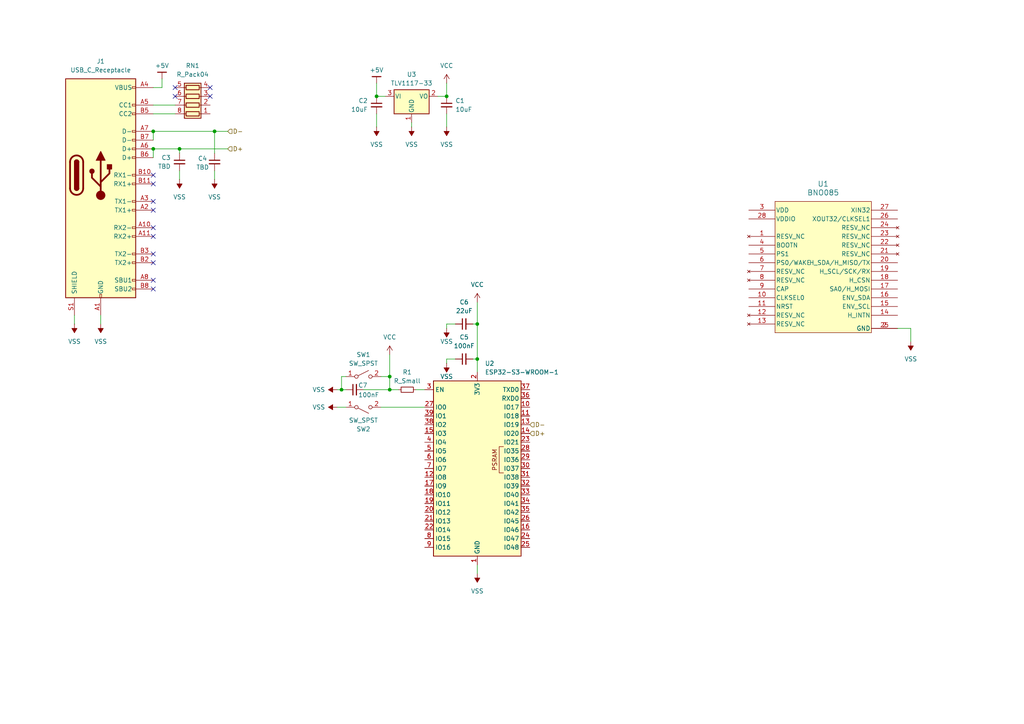
<source format=kicad_sch>
(kicad_sch
	(version 20231120)
	(generator "eeschema")
	(generator_version "8.0")
	(uuid "ddcfdc46-9530-4b6e-a42f-0a818ae0a694")
	(paper "A4")
	(lib_symbols
		(symbol "Connector:USB_C_Receptacle"
			(pin_names
				(offset 1.016)
			)
			(exclude_from_sim no)
			(in_bom yes)
			(on_board yes)
			(property "Reference" "J"
				(at -10.16 29.21 0)
				(effects
					(font
						(size 1.27 1.27)
					)
					(justify left)
				)
			)
			(property "Value" "USB_C_Receptacle"
				(at 10.16 29.21 0)
				(effects
					(font
						(size 1.27 1.27)
					)
					(justify right)
				)
			)
			(property "Footprint" ""
				(at 3.81 0 0)
				(effects
					(font
						(size 1.27 1.27)
					)
					(hide yes)
				)
			)
			(property "Datasheet" "https://www.usb.org/sites/default/files/documents/usb_type-c.zip"
				(at 3.81 0 0)
				(effects
					(font
						(size 1.27 1.27)
					)
					(hide yes)
				)
			)
			(property "Description" "USB Full-Featured Type-C Receptacle connector"
				(at 0 0 0)
				(effects
					(font
						(size 1.27 1.27)
					)
					(hide yes)
				)
			)
			(property "ki_keywords" "usb universal serial bus type-C full-featured"
				(at 0 0 0)
				(effects
					(font
						(size 1.27 1.27)
					)
					(hide yes)
				)
			)
			(property "ki_fp_filters" "USB*C*Receptacle*"
				(at 0 0 0)
				(effects
					(font
						(size 1.27 1.27)
					)
					(hide yes)
				)
			)
			(symbol "USB_C_Receptacle_0_0"
				(rectangle
					(start -0.254 -35.56)
					(end 0.254 -34.544)
					(stroke
						(width 0)
						(type default)
					)
					(fill
						(type none)
					)
				)
				(rectangle
					(start 10.16 -32.766)
					(end 9.144 -33.274)
					(stroke
						(width 0)
						(type default)
					)
					(fill
						(type none)
					)
				)
				(rectangle
					(start 10.16 -30.226)
					(end 9.144 -30.734)
					(stroke
						(width 0)
						(type default)
					)
					(fill
						(type none)
					)
				)
				(rectangle
					(start 10.16 -25.146)
					(end 9.144 -25.654)
					(stroke
						(width 0)
						(type default)
					)
					(fill
						(type none)
					)
				)
				(rectangle
					(start 10.16 -22.606)
					(end 9.144 -23.114)
					(stroke
						(width 0)
						(type default)
					)
					(fill
						(type none)
					)
				)
				(rectangle
					(start 10.16 -17.526)
					(end 9.144 -18.034)
					(stroke
						(width 0)
						(type default)
					)
					(fill
						(type none)
					)
				)
				(rectangle
					(start 10.16 -14.986)
					(end 9.144 -15.494)
					(stroke
						(width 0)
						(type default)
					)
					(fill
						(type none)
					)
				)
				(rectangle
					(start 10.16 -9.906)
					(end 9.144 -10.414)
					(stroke
						(width 0)
						(type default)
					)
					(fill
						(type none)
					)
				)
				(rectangle
					(start 10.16 -7.366)
					(end 9.144 -7.874)
					(stroke
						(width 0)
						(type default)
					)
					(fill
						(type none)
					)
				)
				(rectangle
					(start 10.16 -2.286)
					(end 9.144 -2.794)
					(stroke
						(width 0)
						(type default)
					)
					(fill
						(type none)
					)
				)
				(rectangle
					(start 10.16 0.254)
					(end 9.144 -0.254)
					(stroke
						(width 0)
						(type default)
					)
					(fill
						(type none)
					)
				)
				(rectangle
					(start 10.16 5.334)
					(end 9.144 4.826)
					(stroke
						(width 0)
						(type default)
					)
					(fill
						(type none)
					)
				)
				(rectangle
					(start 10.16 7.874)
					(end 9.144 7.366)
					(stroke
						(width 0)
						(type default)
					)
					(fill
						(type none)
					)
				)
				(rectangle
					(start 10.16 10.414)
					(end 9.144 9.906)
					(stroke
						(width 0)
						(type default)
					)
					(fill
						(type none)
					)
				)
				(rectangle
					(start 10.16 12.954)
					(end 9.144 12.446)
					(stroke
						(width 0)
						(type default)
					)
					(fill
						(type none)
					)
				)
				(rectangle
					(start 10.16 18.034)
					(end 9.144 17.526)
					(stroke
						(width 0)
						(type default)
					)
					(fill
						(type none)
					)
				)
				(rectangle
					(start 10.16 20.574)
					(end 9.144 20.066)
					(stroke
						(width 0)
						(type default)
					)
					(fill
						(type none)
					)
				)
				(rectangle
					(start 10.16 25.654)
					(end 9.144 25.146)
					(stroke
						(width 0)
						(type default)
					)
					(fill
						(type none)
					)
				)
			)
			(symbol "USB_C_Receptacle_0_1"
				(rectangle
					(start -10.16 27.94)
					(end 10.16 -35.56)
					(stroke
						(width 0.254)
						(type default)
					)
					(fill
						(type background)
					)
				)
				(arc
					(start -8.89 -3.81)
					(mid -6.985 -5.7067)
					(end -5.08 -3.81)
					(stroke
						(width 0.508)
						(type default)
					)
					(fill
						(type none)
					)
				)
				(arc
					(start -7.62 -3.81)
					(mid -6.985 -4.4423)
					(end -6.35 -3.81)
					(stroke
						(width 0.254)
						(type default)
					)
					(fill
						(type none)
					)
				)
				(arc
					(start -7.62 -3.81)
					(mid -6.985 -4.4423)
					(end -6.35 -3.81)
					(stroke
						(width 0.254)
						(type default)
					)
					(fill
						(type outline)
					)
				)
				(rectangle
					(start -7.62 -3.81)
					(end -6.35 3.81)
					(stroke
						(width 0.254)
						(type default)
					)
					(fill
						(type outline)
					)
				)
				(arc
					(start -6.35 3.81)
					(mid -6.985 4.4423)
					(end -7.62 3.81)
					(stroke
						(width 0.254)
						(type default)
					)
					(fill
						(type none)
					)
				)
				(arc
					(start -6.35 3.81)
					(mid -6.985 4.4423)
					(end -7.62 3.81)
					(stroke
						(width 0.254)
						(type default)
					)
					(fill
						(type outline)
					)
				)
				(arc
					(start -5.08 3.81)
					(mid -6.985 5.7067)
					(end -8.89 3.81)
					(stroke
						(width 0.508)
						(type default)
					)
					(fill
						(type none)
					)
				)
				(polyline
					(pts
						(xy -8.89 -3.81) (xy -8.89 3.81)
					)
					(stroke
						(width 0.508)
						(type default)
					)
					(fill
						(type none)
					)
				)
				(polyline
					(pts
						(xy -5.08 3.81) (xy -5.08 -3.81)
					)
					(stroke
						(width 0.508)
						(type default)
					)
					(fill
						(type none)
					)
				)
			)
			(symbol "USB_C_Receptacle_1_1"
				(circle
					(center -2.54 1.143)
					(radius 0.635)
					(stroke
						(width 0.254)
						(type default)
					)
					(fill
						(type outline)
					)
				)
				(circle
					(center 0 -5.842)
					(radius 1.27)
					(stroke
						(width 0)
						(type default)
					)
					(fill
						(type outline)
					)
				)
				(polyline
					(pts
						(xy 0 -5.842) (xy 0 4.318)
					)
					(stroke
						(width 0.508)
						(type default)
					)
					(fill
						(type none)
					)
				)
				(polyline
					(pts
						(xy 0 -3.302) (xy -2.54 -0.762) (xy -2.54 0.508)
					)
					(stroke
						(width 0.508)
						(type default)
					)
					(fill
						(type none)
					)
				)
				(polyline
					(pts
						(xy 0 -2.032) (xy 2.54 0.508) (xy 2.54 1.778)
					)
					(stroke
						(width 0.508)
						(type default)
					)
					(fill
						(type none)
					)
				)
				(polyline
					(pts
						(xy -1.27 4.318) (xy 0 6.858) (xy 1.27 4.318) (xy -1.27 4.318)
					)
					(stroke
						(width 0.254)
						(type default)
					)
					(fill
						(type outline)
					)
				)
				(rectangle
					(start 1.905 1.778)
					(end 3.175 3.048)
					(stroke
						(width 0.254)
						(type default)
					)
					(fill
						(type outline)
					)
				)
				(pin passive line
					(at 0 -40.64 90)
					(length 5.08)
					(name "GND"
						(effects
							(font
								(size 1.27 1.27)
							)
						)
					)
					(number "A1"
						(effects
							(font
								(size 1.27 1.27)
							)
						)
					)
				)
				(pin bidirectional line
					(at 15.24 -15.24 180)
					(length 5.08)
					(name "RX2-"
						(effects
							(font
								(size 1.27 1.27)
							)
						)
					)
					(number "A10"
						(effects
							(font
								(size 1.27 1.27)
							)
						)
					)
				)
				(pin bidirectional line
					(at 15.24 -17.78 180)
					(length 5.08)
					(name "RX2+"
						(effects
							(font
								(size 1.27 1.27)
							)
						)
					)
					(number "A11"
						(effects
							(font
								(size 1.27 1.27)
							)
						)
					)
				)
				(pin passive line
					(at 0 -40.64 90)
					(length 5.08) hide
					(name "GND"
						(effects
							(font
								(size 1.27 1.27)
							)
						)
					)
					(number "A12"
						(effects
							(font
								(size 1.27 1.27)
							)
						)
					)
				)
				(pin bidirectional line
					(at 15.24 -10.16 180)
					(length 5.08)
					(name "TX1+"
						(effects
							(font
								(size 1.27 1.27)
							)
						)
					)
					(number "A2"
						(effects
							(font
								(size 1.27 1.27)
							)
						)
					)
				)
				(pin bidirectional line
					(at 15.24 -7.62 180)
					(length 5.08)
					(name "TX1-"
						(effects
							(font
								(size 1.27 1.27)
							)
						)
					)
					(number "A3"
						(effects
							(font
								(size 1.27 1.27)
							)
						)
					)
				)
				(pin passive line
					(at 15.24 25.4 180)
					(length 5.08)
					(name "VBUS"
						(effects
							(font
								(size 1.27 1.27)
							)
						)
					)
					(number "A4"
						(effects
							(font
								(size 1.27 1.27)
							)
						)
					)
				)
				(pin bidirectional line
					(at 15.24 20.32 180)
					(length 5.08)
					(name "CC1"
						(effects
							(font
								(size 1.27 1.27)
							)
						)
					)
					(number "A5"
						(effects
							(font
								(size 1.27 1.27)
							)
						)
					)
				)
				(pin bidirectional line
					(at 15.24 7.62 180)
					(length 5.08)
					(name "D+"
						(effects
							(font
								(size 1.27 1.27)
							)
						)
					)
					(number "A6"
						(effects
							(font
								(size 1.27 1.27)
							)
						)
					)
				)
				(pin bidirectional line
					(at 15.24 12.7 180)
					(length 5.08)
					(name "D-"
						(effects
							(font
								(size 1.27 1.27)
							)
						)
					)
					(number "A7"
						(effects
							(font
								(size 1.27 1.27)
							)
						)
					)
				)
				(pin bidirectional line
					(at 15.24 -30.48 180)
					(length 5.08)
					(name "SBU1"
						(effects
							(font
								(size 1.27 1.27)
							)
						)
					)
					(number "A8"
						(effects
							(font
								(size 1.27 1.27)
							)
						)
					)
				)
				(pin passive line
					(at 15.24 25.4 180)
					(length 5.08) hide
					(name "VBUS"
						(effects
							(font
								(size 1.27 1.27)
							)
						)
					)
					(number "A9"
						(effects
							(font
								(size 1.27 1.27)
							)
						)
					)
				)
				(pin passive line
					(at 0 -40.64 90)
					(length 5.08) hide
					(name "GND"
						(effects
							(font
								(size 1.27 1.27)
							)
						)
					)
					(number "B1"
						(effects
							(font
								(size 1.27 1.27)
							)
						)
					)
				)
				(pin bidirectional line
					(at 15.24 0 180)
					(length 5.08)
					(name "RX1-"
						(effects
							(font
								(size 1.27 1.27)
							)
						)
					)
					(number "B10"
						(effects
							(font
								(size 1.27 1.27)
							)
						)
					)
				)
				(pin bidirectional line
					(at 15.24 -2.54 180)
					(length 5.08)
					(name "RX1+"
						(effects
							(font
								(size 1.27 1.27)
							)
						)
					)
					(number "B11"
						(effects
							(font
								(size 1.27 1.27)
							)
						)
					)
				)
				(pin passive line
					(at 0 -40.64 90)
					(length 5.08) hide
					(name "GND"
						(effects
							(font
								(size 1.27 1.27)
							)
						)
					)
					(number "B12"
						(effects
							(font
								(size 1.27 1.27)
							)
						)
					)
				)
				(pin bidirectional line
					(at 15.24 -25.4 180)
					(length 5.08)
					(name "TX2+"
						(effects
							(font
								(size 1.27 1.27)
							)
						)
					)
					(number "B2"
						(effects
							(font
								(size 1.27 1.27)
							)
						)
					)
				)
				(pin bidirectional line
					(at 15.24 -22.86 180)
					(length 5.08)
					(name "TX2-"
						(effects
							(font
								(size 1.27 1.27)
							)
						)
					)
					(number "B3"
						(effects
							(font
								(size 1.27 1.27)
							)
						)
					)
				)
				(pin passive line
					(at 15.24 25.4 180)
					(length 5.08) hide
					(name "VBUS"
						(effects
							(font
								(size 1.27 1.27)
							)
						)
					)
					(number "B4"
						(effects
							(font
								(size 1.27 1.27)
							)
						)
					)
				)
				(pin bidirectional line
					(at 15.24 17.78 180)
					(length 5.08)
					(name "CC2"
						(effects
							(font
								(size 1.27 1.27)
							)
						)
					)
					(number "B5"
						(effects
							(font
								(size 1.27 1.27)
							)
						)
					)
				)
				(pin bidirectional line
					(at 15.24 5.08 180)
					(length 5.08)
					(name "D+"
						(effects
							(font
								(size 1.27 1.27)
							)
						)
					)
					(number "B6"
						(effects
							(font
								(size 1.27 1.27)
							)
						)
					)
				)
				(pin bidirectional line
					(at 15.24 10.16 180)
					(length 5.08)
					(name "D-"
						(effects
							(font
								(size 1.27 1.27)
							)
						)
					)
					(number "B7"
						(effects
							(font
								(size 1.27 1.27)
							)
						)
					)
				)
				(pin bidirectional line
					(at 15.24 -33.02 180)
					(length 5.08)
					(name "SBU2"
						(effects
							(font
								(size 1.27 1.27)
							)
						)
					)
					(number "B8"
						(effects
							(font
								(size 1.27 1.27)
							)
						)
					)
				)
				(pin passive line
					(at 15.24 25.4 180)
					(length 5.08) hide
					(name "VBUS"
						(effects
							(font
								(size 1.27 1.27)
							)
						)
					)
					(number "B9"
						(effects
							(font
								(size 1.27 1.27)
							)
						)
					)
				)
				(pin passive line
					(at -7.62 -40.64 90)
					(length 5.08)
					(name "SHIELD"
						(effects
							(font
								(size 1.27 1.27)
							)
						)
					)
					(number "S1"
						(effects
							(font
								(size 1.27 1.27)
							)
						)
					)
				)
			)
		)
		(symbol "Device:C_Small"
			(pin_numbers hide)
			(pin_names
				(offset 0.254) hide)
			(exclude_from_sim no)
			(in_bom yes)
			(on_board yes)
			(property "Reference" "C"
				(at 0.254 1.778 0)
				(effects
					(font
						(size 1.27 1.27)
					)
					(justify left)
				)
			)
			(property "Value" "C_Small"
				(at 0.254 -2.032 0)
				(effects
					(font
						(size 1.27 1.27)
					)
					(justify left)
				)
			)
			(property "Footprint" ""
				(at 0 0 0)
				(effects
					(font
						(size 1.27 1.27)
					)
					(hide yes)
				)
			)
			(property "Datasheet" "~"
				(at 0 0 0)
				(effects
					(font
						(size 1.27 1.27)
					)
					(hide yes)
				)
			)
			(property "Description" "Unpolarized capacitor, small symbol"
				(at 0 0 0)
				(effects
					(font
						(size 1.27 1.27)
					)
					(hide yes)
				)
			)
			(property "ki_keywords" "capacitor cap"
				(at 0 0 0)
				(effects
					(font
						(size 1.27 1.27)
					)
					(hide yes)
				)
			)
			(property "ki_fp_filters" "C_*"
				(at 0 0 0)
				(effects
					(font
						(size 1.27 1.27)
					)
					(hide yes)
				)
			)
			(symbol "C_Small_0_1"
				(polyline
					(pts
						(xy -1.524 -0.508) (xy 1.524 -0.508)
					)
					(stroke
						(width 0.3302)
						(type default)
					)
					(fill
						(type none)
					)
				)
				(polyline
					(pts
						(xy -1.524 0.508) (xy 1.524 0.508)
					)
					(stroke
						(width 0.3048)
						(type default)
					)
					(fill
						(type none)
					)
				)
			)
			(symbol "C_Small_1_1"
				(pin passive line
					(at 0 2.54 270)
					(length 2.032)
					(name "~"
						(effects
							(font
								(size 1.27 1.27)
							)
						)
					)
					(number "1"
						(effects
							(font
								(size 1.27 1.27)
							)
						)
					)
				)
				(pin passive line
					(at 0 -2.54 90)
					(length 2.032)
					(name "~"
						(effects
							(font
								(size 1.27 1.27)
							)
						)
					)
					(number "2"
						(effects
							(font
								(size 1.27 1.27)
							)
						)
					)
				)
			)
		)
		(symbol "Device:R_Pack04"
			(pin_names
				(offset 0) hide)
			(exclude_from_sim no)
			(in_bom yes)
			(on_board yes)
			(property "Reference" "RN"
				(at -7.62 0 90)
				(effects
					(font
						(size 1.27 1.27)
					)
				)
			)
			(property "Value" "R_Pack04"
				(at 5.08 0 90)
				(effects
					(font
						(size 1.27 1.27)
					)
				)
			)
			(property "Footprint" ""
				(at 6.985 0 90)
				(effects
					(font
						(size 1.27 1.27)
					)
					(hide yes)
				)
			)
			(property "Datasheet" "~"
				(at 0 0 0)
				(effects
					(font
						(size 1.27 1.27)
					)
					(hide yes)
				)
			)
			(property "Description" "4 resistor network, parallel topology"
				(at 0 0 0)
				(effects
					(font
						(size 1.27 1.27)
					)
					(hide yes)
				)
			)
			(property "ki_keywords" "R network parallel topology isolated"
				(at 0 0 0)
				(effects
					(font
						(size 1.27 1.27)
					)
					(hide yes)
				)
			)
			(property "ki_fp_filters" "DIP* SOIC* R*Array*Concave* R*Array*Convex*"
				(at 0 0 0)
				(effects
					(font
						(size 1.27 1.27)
					)
					(hide yes)
				)
			)
			(symbol "R_Pack04_0_1"
				(rectangle
					(start -6.35 -2.413)
					(end 3.81 2.413)
					(stroke
						(width 0.254)
						(type default)
					)
					(fill
						(type background)
					)
				)
				(rectangle
					(start -5.715 1.905)
					(end -4.445 -1.905)
					(stroke
						(width 0.254)
						(type default)
					)
					(fill
						(type none)
					)
				)
				(rectangle
					(start -3.175 1.905)
					(end -1.905 -1.905)
					(stroke
						(width 0.254)
						(type default)
					)
					(fill
						(type none)
					)
				)
				(rectangle
					(start -0.635 1.905)
					(end 0.635 -1.905)
					(stroke
						(width 0.254)
						(type default)
					)
					(fill
						(type none)
					)
				)
				(polyline
					(pts
						(xy -5.08 -2.54) (xy -5.08 -1.905)
					)
					(stroke
						(width 0)
						(type default)
					)
					(fill
						(type none)
					)
				)
				(polyline
					(pts
						(xy -5.08 1.905) (xy -5.08 2.54)
					)
					(stroke
						(width 0)
						(type default)
					)
					(fill
						(type none)
					)
				)
				(polyline
					(pts
						(xy -2.54 -2.54) (xy -2.54 -1.905)
					)
					(stroke
						(width 0)
						(type default)
					)
					(fill
						(type none)
					)
				)
				(polyline
					(pts
						(xy -2.54 1.905) (xy -2.54 2.54)
					)
					(stroke
						(width 0)
						(type default)
					)
					(fill
						(type none)
					)
				)
				(polyline
					(pts
						(xy 0 -2.54) (xy 0 -1.905)
					)
					(stroke
						(width 0)
						(type default)
					)
					(fill
						(type none)
					)
				)
				(polyline
					(pts
						(xy 0 1.905) (xy 0 2.54)
					)
					(stroke
						(width 0)
						(type default)
					)
					(fill
						(type none)
					)
				)
				(polyline
					(pts
						(xy 2.54 -2.54) (xy 2.54 -1.905)
					)
					(stroke
						(width 0)
						(type default)
					)
					(fill
						(type none)
					)
				)
				(polyline
					(pts
						(xy 2.54 1.905) (xy 2.54 2.54)
					)
					(stroke
						(width 0)
						(type default)
					)
					(fill
						(type none)
					)
				)
				(rectangle
					(start 1.905 1.905)
					(end 3.175 -1.905)
					(stroke
						(width 0.254)
						(type default)
					)
					(fill
						(type none)
					)
				)
			)
			(symbol "R_Pack04_1_1"
				(pin passive line
					(at -5.08 -5.08 90)
					(length 2.54)
					(name "R1.1"
						(effects
							(font
								(size 1.27 1.27)
							)
						)
					)
					(number "1"
						(effects
							(font
								(size 1.27 1.27)
							)
						)
					)
				)
				(pin passive line
					(at -2.54 -5.08 90)
					(length 2.54)
					(name "R2.1"
						(effects
							(font
								(size 1.27 1.27)
							)
						)
					)
					(number "2"
						(effects
							(font
								(size 1.27 1.27)
							)
						)
					)
				)
				(pin passive line
					(at 0 -5.08 90)
					(length 2.54)
					(name "R3.1"
						(effects
							(font
								(size 1.27 1.27)
							)
						)
					)
					(number "3"
						(effects
							(font
								(size 1.27 1.27)
							)
						)
					)
				)
				(pin passive line
					(at 2.54 -5.08 90)
					(length 2.54)
					(name "R4.1"
						(effects
							(font
								(size 1.27 1.27)
							)
						)
					)
					(number "4"
						(effects
							(font
								(size 1.27 1.27)
							)
						)
					)
				)
				(pin passive line
					(at 2.54 5.08 270)
					(length 2.54)
					(name "R4.2"
						(effects
							(font
								(size 1.27 1.27)
							)
						)
					)
					(number "5"
						(effects
							(font
								(size 1.27 1.27)
							)
						)
					)
				)
				(pin passive line
					(at 0 5.08 270)
					(length 2.54)
					(name "R3.2"
						(effects
							(font
								(size 1.27 1.27)
							)
						)
					)
					(number "6"
						(effects
							(font
								(size 1.27 1.27)
							)
						)
					)
				)
				(pin passive line
					(at -2.54 5.08 270)
					(length 2.54)
					(name "R2.2"
						(effects
							(font
								(size 1.27 1.27)
							)
						)
					)
					(number "7"
						(effects
							(font
								(size 1.27 1.27)
							)
						)
					)
				)
				(pin passive line
					(at -5.08 5.08 270)
					(length 2.54)
					(name "R1.2"
						(effects
							(font
								(size 1.27 1.27)
							)
						)
					)
					(number "8"
						(effects
							(font
								(size 1.27 1.27)
							)
						)
					)
				)
			)
		)
		(symbol "Device:R_Small"
			(pin_numbers hide)
			(pin_names
				(offset 0.254) hide)
			(exclude_from_sim no)
			(in_bom yes)
			(on_board yes)
			(property "Reference" "R"
				(at 0.762 0.508 0)
				(effects
					(font
						(size 1.27 1.27)
					)
					(justify left)
				)
			)
			(property "Value" "R_Small"
				(at 0.762 -1.016 0)
				(effects
					(font
						(size 1.27 1.27)
					)
					(justify left)
				)
			)
			(property "Footprint" ""
				(at 0 0 0)
				(effects
					(font
						(size 1.27 1.27)
					)
					(hide yes)
				)
			)
			(property "Datasheet" "~"
				(at 0 0 0)
				(effects
					(font
						(size 1.27 1.27)
					)
					(hide yes)
				)
			)
			(property "Description" "Resistor, small symbol"
				(at 0 0 0)
				(effects
					(font
						(size 1.27 1.27)
					)
					(hide yes)
				)
			)
			(property "ki_keywords" "R resistor"
				(at 0 0 0)
				(effects
					(font
						(size 1.27 1.27)
					)
					(hide yes)
				)
			)
			(property "ki_fp_filters" "R_*"
				(at 0 0 0)
				(effects
					(font
						(size 1.27 1.27)
					)
					(hide yes)
				)
			)
			(symbol "R_Small_0_1"
				(rectangle
					(start -0.762 1.778)
					(end 0.762 -1.778)
					(stroke
						(width 0.2032)
						(type default)
					)
					(fill
						(type none)
					)
				)
			)
			(symbol "R_Small_1_1"
				(pin passive line
					(at 0 2.54 270)
					(length 0.762)
					(name "~"
						(effects
							(font
								(size 1.27 1.27)
							)
						)
					)
					(number "1"
						(effects
							(font
								(size 1.27 1.27)
							)
						)
					)
				)
				(pin passive line
					(at 0 -2.54 90)
					(length 0.762)
					(name "~"
						(effects
							(font
								(size 1.27 1.27)
							)
						)
					)
					(number "2"
						(effects
							(font
								(size 1.27 1.27)
							)
						)
					)
				)
			)
		)
		(symbol "GaussMouse:BNO085"
			(pin_names
				(offset 0.254)
			)
			(exclude_from_sim no)
			(in_bom yes)
			(on_board yes)
			(property "Reference" "U"
				(at 34.29 4.318 0)
				(effects
					(font
						(size 1.524 1.524)
					)
				)
			)
			(property "Value" "BNO085"
				(at 12.7 4.064 0)
				(effects
					(font
						(size 1.524 1.524)
					)
				)
			)
			(property "Footprint" "LGA28_5.2X3.8_CEV"
				(at 0 0 0)
				(effects
					(font
						(size 1.27 1.27)
						(italic yes)
					)
					(hide yes)
				)
			)
			(property "Datasheet" "BNO085"
				(at 0 0 0)
				(effects
					(font
						(size 1.27 1.27)
						(italic yes)
					)
					(hide yes)
				)
			)
			(property "Description" ""
				(at 0 0 0)
				(effects
					(font
						(size 1.27 1.27)
					)
					(hide yes)
				)
			)
			(property "ki_locked" ""
				(at 0 0 0)
				(effects
					(font
						(size 1.27 1.27)
					)
				)
			)
			(property "ki_keywords" "BNO085"
				(at 0 0 0)
				(effects
					(font
						(size 1.27 1.27)
					)
					(hide yes)
				)
			)
			(property "ki_fp_filters" "LGA28_5.2X3.8_CEV LGA28_5.2X3.8_CEV-M LGA28_5.2X3.8_CEV-L"
				(at 0 0 0)
				(effects
					(font
						(size 1.27 1.27)
					)
					(hide yes)
				)
			)
			(symbol "BNO085_0_1"
				(pin no_connect line
					(at 0 -7.62 0)
					(length 7.62)
					(name "RESV_NC"
						(effects
							(font
								(size 1.27 1.27)
							)
						)
					)
					(number "1"
						(effects
							(font
								(size 1.27 1.27)
							)
						)
					)
				)
				(pin input line
					(at 0 -25.4 0)
					(length 7.62)
					(name "CLKSEL0"
						(effects
							(font
								(size 1.27 1.27)
							)
						)
					)
					(number "10"
						(effects
							(font
								(size 1.27 1.27)
							)
						)
					)
				)
				(pin input line
					(at 0 -27.94 0)
					(length 7.62)
					(name "NRST"
						(effects
							(font
								(size 1.27 1.27)
							)
						)
					)
					(number "11"
						(effects
							(font
								(size 1.27 1.27)
							)
						)
					)
				)
				(pin no_connect line
					(at 0 -30.48 0)
					(length 7.62)
					(name "RESV_NC"
						(effects
							(font
								(size 1.27 1.27)
							)
						)
					)
					(number "12"
						(effects
							(font
								(size 1.27 1.27)
							)
						)
					)
				)
				(pin no_connect line
					(at 0 -33.02 0)
					(length 7.62)
					(name "RESV_NC"
						(effects
							(font
								(size 1.27 1.27)
							)
						)
					)
					(number "13"
						(effects
							(font
								(size 1.27 1.27)
							)
						)
					)
				)
				(pin output line
					(at 43.18 -30.48 180)
					(length 7.62)
					(name "H_INTN"
						(effects
							(font
								(size 1.27 1.27)
							)
						)
					)
					(number "14"
						(effects
							(font
								(size 1.27 1.27)
							)
						)
					)
				)
				(pin bidirectional line
					(at 43.18 -27.94 180)
					(length 7.62)
					(name "ENV_SCL"
						(effects
							(font
								(size 1.27 1.27)
							)
						)
					)
					(number "15"
						(effects
							(font
								(size 1.27 1.27)
							)
						)
					)
				)
				(pin bidirectional line
					(at 43.18 -25.4 180)
					(length 7.62)
					(name "ENV_SDA"
						(effects
							(font
								(size 1.27 1.27)
							)
						)
					)
					(number "16"
						(effects
							(font
								(size 1.27 1.27)
							)
						)
					)
				)
				(pin input line
					(at 43.18 -22.86 180)
					(length 7.62)
					(name "SA0/H_MOSI"
						(effects
							(font
								(size 1.27 1.27)
							)
						)
					)
					(number "17"
						(effects
							(font
								(size 1.27 1.27)
							)
						)
					)
				)
				(pin input line
					(at 43.18 -20.32 180)
					(length 7.62)
					(name "H_CSN"
						(effects
							(font
								(size 1.27 1.27)
							)
						)
					)
					(number "18"
						(effects
							(font
								(size 1.27 1.27)
							)
						)
					)
				)
				(pin bidirectional line
					(at 43.18 -17.78 180)
					(length 7.62)
					(name "H_SCL/SCK/RX"
						(effects
							(font
								(size 1.27 1.27)
							)
						)
					)
					(number "19"
						(effects
							(font
								(size 1.27 1.27)
							)
						)
					)
				)
				(pin power_out line
					(at 43.18 -34.29 180)
					(length 7.62)
					(name "GND"
						(effects
							(font
								(size 1.27 1.27)
							)
						)
					)
					(number "2"
						(effects
							(font
								(size 1.27 1.27)
							)
						)
					)
				)
				(pin bidirectional line
					(at 43.18 -15.24 180)
					(length 7.62)
					(name "H_SDA/H_MISO/TX"
						(effects
							(font
								(size 1.27 1.27)
							)
						)
					)
					(number "20"
						(effects
							(font
								(size 1.27 1.27)
							)
						)
					)
				)
				(pin no_connect line
					(at 43.18 -12.7 180)
					(length 7.62)
					(name "RESV_NC"
						(effects
							(font
								(size 1.27 1.27)
							)
						)
					)
					(number "21"
						(effects
							(font
								(size 1.27 1.27)
							)
						)
					)
				)
				(pin no_connect line
					(at 43.18 -10.16 180)
					(length 7.62)
					(name "RESV_NC"
						(effects
							(font
								(size 1.27 1.27)
							)
						)
					)
					(number "22"
						(effects
							(font
								(size 1.27 1.27)
							)
						)
					)
				)
				(pin no_connect line
					(at 43.18 -7.62 180)
					(length 7.62)
					(name "RESV_NC"
						(effects
							(font
								(size 1.27 1.27)
							)
						)
					)
					(number "23"
						(effects
							(font
								(size 1.27 1.27)
							)
						)
					)
				)
				(pin no_connect line
					(at 43.18 -5.08 180)
					(length 7.62)
					(name "RESV_NC"
						(effects
							(font
								(size 1.27 1.27)
							)
						)
					)
					(number "24"
						(effects
							(font
								(size 1.27 1.27)
							)
						)
					)
				)
				(pin power_out line
					(at 43.18 -34.29 180)
					(length 7.62)
					(name "GND"
						(effects
							(font
								(size 1.27 1.27)
							)
						)
					)
					(number "25"
						(effects
							(font
								(size 1.27 1.27)
							)
						)
					)
				)
				(pin output line
					(at 43.18 -2.54 180)
					(length 7.62)
					(name "XOUT32/CLKSEL1"
						(effects
							(font
								(size 1.27 1.27)
							)
						)
					)
					(number "26"
						(effects
							(font
								(size 1.27 1.27)
							)
						)
					)
				)
				(pin input line
					(at 43.18 0 180)
					(length 7.62)
					(name "XIN32"
						(effects
							(font
								(size 1.27 1.27)
							)
						)
					)
					(number "27"
						(effects
							(font
								(size 1.27 1.27)
							)
						)
					)
				)
				(pin power_in line
					(at 0 -2.54 0)
					(length 7.62)
					(name "VDDIO"
						(effects
							(font
								(size 1.27 1.27)
							)
						)
					)
					(number "28"
						(effects
							(font
								(size 1.27 1.27)
							)
						)
					)
				)
				(pin power_in line
					(at 0 0 0)
					(length 7.62)
					(name "VDD"
						(effects
							(font
								(size 1.27 1.27)
							)
						)
					)
					(number "3"
						(effects
							(font
								(size 1.27 1.27)
							)
						)
					)
				)
				(pin input line
					(at 0 -10.16 0)
					(length 7.62)
					(name "BOOTN"
						(effects
							(font
								(size 1.27 1.27)
							)
						)
					)
					(number "4"
						(effects
							(font
								(size 1.27 1.27)
							)
						)
					)
				)
				(pin input line
					(at 0 -12.7 0)
					(length 7.62)
					(name "PS1"
						(effects
							(font
								(size 1.27 1.27)
							)
						)
					)
					(number "5"
						(effects
							(font
								(size 1.27 1.27)
							)
						)
					)
				)
				(pin input line
					(at 0 -15.24 0)
					(length 7.62)
					(name "PS0/WAKE"
						(effects
							(font
								(size 1.27 1.27)
							)
						)
					)
					(number "6"
						(effects
							(font
								(size 1.27 1.27)
							)
						)
					)
				)
				(pin no_connect line
					(at 0 -17.78 0)
					(length 7.62)
					(name "RESV_NC"
						(effects
							(font
								(size 1.27 1.27)
							)
						)
					)
					(number "7"
						(effects
							(font
								(size 1.27 1.27)
							)
						)
					)
				)
				(pin no_connect line
					(at 0 -20.32 0)
					(length 7.62)
					(name "RESV_NC"
						(effects
							(font
								(size 1.27 1.27)
							)
						)
					)
					(number "8"
						(effects
							(font
								(size 1.27 1.27)
							)
						)
					)
				)
				(pin power_in line
					(at 0 -22.86 0)
					(length 7.62)
					(name "CAP"
						(effects
							(font
								(size 1.27 1.27)
							)
						)
					)
					(number "9"
						(effects
							(font
								(size 1.27 1.27)
							)
						)
					)
				)
			)
			(symbol "BNO085_1_1"
				(rectangle
					(start 7.62 2.54)
					(end 35.56 -35.56)
					(stroke
						(width 0)
						(type default)
					)
					(fill
						(type background)
					)
				)
			)
		)
		(symbol "RF_Module:ESP32-S3-WROOM-1"
			(exclude_from_sim no)
			(in_bom yes)
			(on_board yes)
			(property "Reference" "U"
				(at -12.7 26.67 0)
				(effects
					(font
						(size 1.27 1.27)
					)
				)
			)
			(property "Value" "ESP32-S3-WROOM-1"
				(at 12.7 26.67 0)
				(effects
					(font
						(size 1.27 1.27)
					)
				)
			)
			(property "Footprint" "RF_Module:ESP32-S3-WROOM-1"
				(at 0 2.54 0)
				(effects
					(font
						(size 1.27 1.27)
					)
					(hide yes)
				)
			)
			(property "Datasheet" "https://www.espressif.com/sites/default/files/documentation/esp32-s3-wroom-1_wroom-1u_datasheet_en.pdf"
				(at 0 0 0)
				(effects
					(font
						(size 1.27 1.27)
					)
					(hide yes)
				)
			)
			(property "Description" "RF Module, ESP32-S3 SoC, Wi-Fi 802.11b/g/n, Bluetooth, BLE, 32-bit, 3.3V, onboard antenna, SMD"
				(at 0 0 0)
				(effects
					(font
						(size 1.27 1.27)
					)
					(hide yes)
				)
			)
			(property "ki_keywords" "RF Radio BT ESP ESP32-S3 Espressif onboard PCB antenna"
				(at 0 0 0)
				(effects
					(font
						(size 1.27 1.27)
					)
					(hide yes)
				)
			)
			(property "ki_fp_filters" "ESP32?S3?WROOM?1*"
				(at 0 0 0)
				(effects
					(font
						(size 1.27 1.27)
					)
					(hide yes)
				)
			)
			(symbol "ESP32-S3-WROOM-1_0_0"
				(rectangle
					(start -12.7 25.4)
					(end 12.7 -25.4)
					(stroke
						(width 0.254)
						(type default)
					)
					(fill
						(type background)
					)
				)
				(text "PSRAM"
					(at 5.08 2.54 900)
					(effects
						(font
							(size 1.27 1.27)
						)
					)
				)
			)
			(symbol "ESP32-S3-WROOM-1_0_1"
				(polyline
					(pts
						(xy 7.62 -1.27) (xy 6.35 -1.27) (xy 6.35 6.35) (xy 7.62 6.35)
					)
					(stroke
						(width 0)
						(type default)
					)
					(fill
						(type none)
					)
				)
			)
			(symbol "ESP32-S3-WROOM-1_1_1"
				(pin power_in line
					(at 0 -27.94 90)
					(length 2.54)
					(name "GND"
						(effects
							(font
								(size 1.27 1.27)
							)
						)
					)
					(number "1"
						(effects
							(font
								(size 1.27 1.27)
							)
						)
					)
				)
				(pin bidirectional line
					(at 15.24 17.78 180)
					(length 2.54)
					(name "IO17"
						(effects
							(font
								(size 1.27 1.27)
							)
						)
					)
					(number "10"
						(effects
							(font
								(size 1.27 1.27)
							)
						)
					)
				)
				(pin bidirectional line
					(at 15.24 15.24 180)
					(length 2.54)
					(name "IO18"
						(effects
							(font
								(size 1.27 1.27)
							)
						)
					)
					(number "11"
						(effects
							(font
								(size 1.27 1.27)
							)
						)
					)
				)
				(pin bidirectional line
					(at -15.24 -2.54 0)
					(length 2.54)
					(name "IO8"
						(effects
							(font
								(size 1.27 1.27)
							)
						)
					)
					(number "12"
						(effects
							(font
								(size 1.27 1.27)
							)
						)
					)
				)
				(pin bidirectional line
					(at 15.24 12.7 180)
					(length 2.54)
					(name "IO19"
						(effects
							(font
								(size 1.27 1.27)
							)
						)
					)
					(number "13"
						(effects
							(font
								(size 1.27 1.27)
							)
						)
					)
				)
				(pin bidirectional line
					(at 15.24 10.16 180)
					(length 2.54)
					(name "IO20"
						(effects
							(font
								(size 1.27 1.27)
							)
						)
					)
					(number "14"
						(effects
							(font
								(size 1.27 1.27)
							)
						)
					)
				)
				(pin bidirectional line
					(at -15.24 10.16 0)
					(length 2.54)
					(name "IO3"
						(effects
							(font
								(size 1.27 1.27)
							)
						)
					)
					(number "15"
						(effects
							(font
								(size 1.27 1.27)
							)
						)
					)
				)
				(pin bidirectional line
					(at 15.24 -17.78 180)
					(length 2.54)
					(name "IO46"
						(effects
							(font
								(size 1.27 1.27)
							)
						)
					)
					(number "16"
						(effects
							(font
								(size 1.27 1.27)
							)
						)
					)
				)
				(pin bidirectional line
					(at -15.24 -5.08 0)
					(length 2.54)
					(name "IO9"
						(effects
							(font
								(size 1.27 1.27)
							)
						)
					)
					(number "17"
						(effects
							(font
								(size 1.27 1.27)
							)
						)
					)
				)
				(pin bidirectional line
					(at -15.24 -7.62 0)
					(length 2.54)
					(name "IO10"
						(effects
							(font
								(size 1.27 1.27)
							)
						)
					)
					(number "18"
						(effects
							(font
								(size 1.27 1.27)
							)
						)
					)
				)
				(pin bidirectional line
					(at -15.24 -10.16 0)
					(length 2.54)
					(name "IO11"
						(effects
							(font
								(size 1.27 1.27)
							)
						)
					)
					(number "19"
						(effects
							(font
								(size 1.27 1.27)
							)
						)
					)
				)
				(pin power_in line
					(at 0 27.94 270)
					(length 2.54)
					(name "3V3"
						(effects
							(font
								(size 1.27 1.27)
							)
						)
					)
					(number "2"
						(effects
							(font
								(size 1.27 1.27)
							)
						)
					)
				)
				(pin bidirectional line
					(at -15.24 -12.7 0)
					(length 2.54)
					(name "IO12"
						(effects
							(font
								(size 1.27 1.27)
							)
						)
					)
					(number "20"
						(effects
							(font
								(size 1.27 1.27)
							)
						)
					)
				)
				(pin bidirectional line
					(at -15.24 -15.24 0)
					(length 2.54)
					(name "IO13"
						(effects
							(font
								(size 1.27 1.27)
							)
						)
					)
					(number "21"
						(effects
							(font
								(size 1.27 1.27)
							)
						)
					)
				)
				(pin bidirectional line
					(at -15.24 -17.78 0)
					(length 2.54)
					(name "IO14"
						(effects
							(font
								(size 1.27 1.27)
							)
						)
					)
					(number "22"
						(effects
							(font
								(size 1.27 1.27)
							)
						)
					)
				)
				(pin bidirectional line
					(at 15.24 7.62 180)
					(length 2.54)
					(name "IO21"
						(effects
							(font
								(size 1.27 1.27)
							)
						)
					)
					(number "23"
						(effects
							(font
								(size 1.27 1.27)
							)
						)
					)
				)
				(pin bidirectional line
					(at 15.24 -20.32 180)
					(length 2.54)
					(name "IO47"
						(effects
							(font
								(size 1.27 1.27)
							)
						)
					)
					(number "24"
						(effects
							(font
								(size 1.27 1.27)
							)
						)
					)
				)
				(pin bidirectional line
					(at 15.24 -22.86 180)
					(length 2.54)
					(name "IO48"
						(effects
							(font
								(size 1.27 1.27)
							)
						)
					)
					(number "25"
						(effects
							(font
								(size 1.27 1.27)
							)
						)
					)
				)
				(pin bidirectional line
					(at 15.24 -15.24 180)
					(length 2.54)
					(name "IO45"
						(effects
							(font
								(size 1.27 1.27)
							)
						)
					)
					(number "26"
						(effects
							(font
								(size 1.27 1.27)
							)
						)
					)
				)
				(pin bidirectional line
					(at -15.24 17.78 0)
					(length 2.54)
					(name "IO0"
						(effects
							(font
								(size 1.27 1.27)
							)
						)
					)
					(number "27"
						(effects
							(font
								(size 1.27 1.27)
							)
						)
					)
				)
				(pin bidirectional line
					(at 15.24 5.08 180)
					(length 2.54)
					(name "IO35"
						(effects
							(font
								(size 1.27 1.27)
							)
						)
					)
					(number "28"
						(effects
							(font
								(size 1.27 1.27)
							)
						)
					)
				)
				(pin bidirectional line
					(at 15.24 2.54 180)
					(length 2.54)
					(name "IO36"
						(effects
							(font
								(size 1.27 1.27)
							)
						)
					)
					(number "29"
						(effects
							(font
								(size 1.27 1.27)
							)
						)
					)
				)
				(pin input line
					(at -15.24 22.86 0)
					(length 2.54)
					(name "EN"
						(effects
							(font
								(size 1.27 1.27)
							)
						)
					)
					(number "3"
						(effects
							(font
								(size 1.27 1.27)
							)
						)
					)
				)
				(pin bidirectional line
					(at 15.24 0 180)
					(length 2.54)
					(name "IO37"
						(effects
							(font
								(size 1.27 1.27)
							)
						)
					)
					(number "30"
						(effects
							(font
								(size 1.27 1.27)
							)
						)
					)
				)
				(pin bidirectional line
					(at 15.24 -2.54 180)
					(length 2.54)
					(name "IO38"
						(effects
							(font
								(size 1.27 1.27)
							)
						)
					)
					(number "31"
						(effects
							(font
								(size 1.27 1.27)
							)
						)
					)
				)
				(pin bidirectional line
					(at 15.24 -5.08 180)
					(length 2.54)
					(name "IO39"
						(effects
							(font
								(size 1.27 1.27)
							)
						)
					)
					(number "32"
						(effects
							(font
								(size 1.27 1.27)
							)
						)
					)
				)
				(pin bidirectional line
					(at 15.24 -7.62 180)
					(length 2.54)
					(name "IO40"
						(effects
							(font
								(size 1.27 1.27)
							)
						)
					)
					(number "33"
						(effects
							(font
								(size 1.27 1.27)
							)
						)
					)
				)
				(pin bidirectional line
					(at 15.24 -10.16 180)
					(length 2.54)
					(name "IO41"
						(effects
							(font
								(size 1.27 1.27)
							)
						)
					)
					(number "34"
						(effects
							(font
								(size 1.27 1.27)
							)
						)
					)
				)
				(pin bidirectional line
					(at 15.24 -12.7 180)
					(length 2.54)
					(name "IO42"
						(effects
							(font
								(size 1.27 1.27)
							)
						)
					)
					(number "35"
						(effects
							(font
								(size 1.27 1.27)
							)
						)
					)
				)
				(pin bidirectional line
					(at 15.24 20.32 180)
					(length 2.54)
					(name "RXD0"
						(effects
							(font
								(size 1.27 1.27)
							)
						)
					)
					(number "36"
						(effects
							(font
								(size 1.27 1.27)
							)
						)
					)
				)
				(pin bidirectional line
					(at 15.24 22.86 180)
					(length 2.54)
					(name "TXD0"
						(effects
							(font
								(size 1.27 1.27)
							)
						)
					)
					(number "37"
						(effects
							(font
								(size 1.27 1.27)
							)
						)
					)
				)
				(pin bidirectional line
					(at -15.24 12.7 0)
					(length 2.54)
					(name "IO2"
						(effects
							(font
								(size 1.27 1.27)
							)
						)
					)
					(number "38"
						(effects
							(font
								(size 1.27 1.27)
							)
						)
					)
				)
				(pin bidirectional line
					(at -15.24 15.24 0)
					(length 2.54)
					(name "IO1"
						(effects
							(font
								(size 1.27 1.27)
							)
						)
					)
					(number "39"
						(effects
							(font
								(size 1.27 1.27)
							)
						)
					)
				)
				(pin bidirectional line
					(at -15.24 7.62 0)
					(length 2.54)
					(name "IO4"
						(effects
							(font
								(size 1.27 1.27)
							)
						)
					)
					(number "4"
						(effects
							(font
								(size 1.27 1.27)
							)
						)
					)
				)
				(pin passive line
					(at 0 -27.94 90)
					(length 2.54) hide
					(name "GND"
						(effects
							(font
								(size 1.27 1.27)
							)
						)
					)
					(number "40"
						(effects
							(font
								(size 1.27 1.27)
							)
						)
					)
				)
				(pin passive line
					(at 0 -27.94 90)
					(length 2.54) hide
					(name "GND"
						(effects
							(font
								(size 1.27 1.27)
							)
						)
					)
					(number "41"
						(effects
							(font
								(size 1.27 1.27)
							)
						)
					)
				)
				(pin bidirectional line
					(at -15.24 5.08 0)
					(length 2.54)
					(name "IO5"
						(effects
							(font
								(size 1.27 1.27)
							)
						)
					)
					(number "5"
						(effects
							(font
								(size 1.27 1.27)
							)
						)
					)
				)
				(pin bidirectional line
					(at -15.24 2.54 0)
					(length 2.54)
					(name "IO6"
						(effects
							(font
								(size 1.27 1.27)
							)
						)
					)
					(number "6"
						(effects
							(font
								(size 1.27 1.27)
							)
						)
					)
				)
				(pin bidirectional line
					(at -15.24 0 0)
					(length 2.54)
					(name "IO7"
						(effects
							(font
								(size 1.27 1.27)
							)
						)
					)
					(number "7"
						(effects
							(font
								(size 1.27 1.27)
							)
						)
					)
				)
				(pin bidirectional line
					(at -15.24 -20.32 0)
					(length 2.54)
					(name "IO15"
						(effects
							(font
								(size 1.27 1.27)
							)
						)
					)
					(number "8"
						(effects
							(font
								(size 1.27 1.27)
							)
						)
					)
				)
				(pin bidirectional line
					(at -15.24 -22.86 0)
					(length 2.54)
					(name "IO16"
						(effects
							(font
								(size 1.27 1.27)
							)
						)
					)
					(number "9"
						(effects
							(font
								(size 1.27 1.27)
							)
						)
					)
				)
			)
		)
		(symbol "Regulator_Linear:TLV1117-33"
			(pin_names
				(offset 0.254)
			)
			(exclude_from_sim no)
			(in_bom yes)
			(on_board yes)
			(property "Reference" "U"
				(at -3.81 3.175 0)
				(effects
					(font
						(size 1.27 1.27)
					)
				)
			)
			(property "Value" "TLV1117-33"
				(at 0 3.175 0)
				(effects
					(font
						(size 1.27 1.27)
					)
					(justify left)
				)
			)
			(property "Footprint" ""
				(at 0 0 0)
				(effects
					(font
						(size 1.27 1.27)
					)
					(hide yes)
				)
			)
			(property "Datasheet" "http://www.ti.com/lit/ds/symlink/tlv1117.pdf"
				(at 0 0 0)
				(effects
					(font
						(size 1.27 1.27)
					)
					(hide yes)
				)
			)
			(property "Description" "800mA Low-Dropout Linear Regulator, 3.3V fixed output, TO-220/TO-252/TO-263/SOT-223"
				(at 0 0 0)
				(effects
					(font
						(size 1.27 1.27)
					)
					(hide yes)
				)
			)
			(property "ki_keywords" "linear regulator ldo fixed positive"
				(at 0 0 0)
				(effects
					(font
						(size 1.27 1.27)
					)
					(hide yes)
				)
			)
			(property "ki_fp_filters" "SOT?223* TO?263* TO?252* TO?220*"
				(at 0 0 0)
				(effects
					(font
						(size 1.27 1.27)
					)
					(hide yes)
				)
			)
			(symbol "TLV1117-33_0_1"
				(rectangle
					(start -5.08 -5.08)
					(end 5.08 1.905)
					(stroke
						(width 0.254)
						(type default)
					)
					(fill
						(type background)
					)
				)
			)
			(symbol "TLV1117-33_1_1"
				(pin power_in line
					(at 0 -7.62 90)
					(length 2.54)
					(name "GND"
						(effects
							(font
								(size 1.27 1.27)
							)
						)
					)
					(number "1"
						(effects
							(font
								(size 1.27 1.27)
							)
						)
					)
				)
				(pin power_out line
					(at 7.62 0 180)
					(length 2.54)
					(name "VO"
						(effects
							(font
								(size 1.27 1.27)
							)
						)
					)
					(number "2"
						(effects
							(font
								(size 1.27 1.27)
							)
						)
					)
				)
				(pin power_in line
					(at -7.62 0 0)
					(length 2.54)
					(name "VI"
						(effects
							(font
								(size 1.27 1.27)
							)
						)
					)
					(number "3"
						(effects
							(font
								(size 1.27 1.27)
							)
						)
					)
				)
			)
		)
		(symbol "Switch:SW_SPST"
			(pin_names
				(offset 0) hide)
			(exclude_from_sim no)
			(in_bom yes)
			(on_board yes)
			(property "Reference" "SW"
				(at 0 3.175 0)
				(effects
					(font
						(size 1.27 1.27)
					)
				)
			)
			(property "Value" "SW_SPST"
				(at 0 -2.54 0)
				(effects
					(font
						(size 1.27 1.27)
					)
				)
			)
			(property "Footprint" ""
				(at 0 0 0)
				(effects
					(font
						(size 1.27 1.27)
					)
					(hide yes)
				)
			)
			(property "Datasheet" "~"
				(at 0 0 0)
				(effects
					(font
						(size 1.27 1.27)
					)
					(hide yes)
				)
			)
			(property "Description" "Single Pole Single Throw (SPST) switch"
				(at 0 0 0)
				(effects
					(font
						(size 1.27 1.27)
					)
					(hide yes)
				)
			)
			(property "ki_keywords" "switch lever"
				(at 0 0 0)
				(effects
					(font
						(size 1.27 1.27)
					)
					(hide yes)
				)
			)
			(symbol "SW_SPST_0_0"
				(circle
					(center -2.032 0)
					(radius 0.508)
					(stroke
						(width 0)
						(type default)
					)
					(fill
						(type none)
					)
				)
				(polyline
					(pts
						(xy -1.524 0.254) (xy 1.524 1.778)
					)
					(stroke
						(width 0)
						(type default)
					)
					(fill
						(type none)
					)
				)
				(circle
					(center 2.032 0)
					(radius 0.508)
					(stroke
						(width 0)
						(type default)
					)
					(fill
						(type none)
					)
				)
			)
			(symbol "SW_SPST_1_1"
				(pin passive line
					(at -5.08 0 0)
					(length 2.54)
					(name "A"
						(effects
							(font
								(size 1.27 1.27)
							)
						)
					)
					(number "1"
						(effects
							(font
								(size 1.27 1.27)
							)
						)
					)
				)
				(pin passive line
					(at 5.08 0 180)
					(length 2.54)
					(name "B"
						(effects
							(font
								(size 1.27 1.27)
							)
						)
					)
					(number "2"
						(effects
							(font
								(size 1.27 1.27)
							)
						)
					)
				)
			)
		)
		(symbol "gkl_power:+5V"
			(power)
			(pin_names
				(offset 0)
			)
			(exclude_from_sim no)
			(in_bom yes)
			(on_board yes)
			(property "Reference" "#PWR"
				(at 0 -3.81 0)
				(effects
					(font
						(size 1.27 1.27)
					)
					(hide yes)
				)
			)
			(property "Value" "+5V"
				(at 0 3.175 0)
				(effects
					(font
						(size 1.27 1.27)
					)
				)
			)
			(property "Footprint" ""
				(at 0 0 0)
				(effects
					(font
						(size 1.27 1.27)
					)
					(hide yes)
				)
			)
			(property "Datasheet" ""
				(at 0 0 0)
				(effects
					(font
						(size 1.27 1.27)
					)
					(hide yes)
				)
			)
			(property "Description" ""
				(at 0 0 0)
				(effects
					(font
						(size 1.27 1.27)
					)
					(hide yes)
				)
			)
			(symbol "+5V_0_1"
				(polyline
					(pts
						(xy -1.27 1.905) (xy 1.27 1.905)
					)
					(stroke
						(width 0.3048)
						(type solid)
					)
					(fill
						(type none)
					)
				)
				(polyline
					(pts
						(xy 0 0) (xy 0 1.905)
					)
					(stroke
						(width 0)
						(type solid)
					)
					(fill
						(type none)
					)
				)
			)
			(symbol "+5V_1_1"
				(pin power_in line
					(at 0 0 90)
					(length 0) hide
					(name "+5V"
						(effects
							(font
								(size 1.27 1.27)
							)
						)
					)
					(number "1"
						(effects
							(font
								(size 1.27 1.27)
							)
						)
					)
				)
			)
		)
		(symbol "power:VCC"
			(power)
			(pin_numbers hide)
			(pin_names
				(offset 0) hide)
			(exclude_from_sim no)
			(in_bom yes)
			(on_board yes)
			(property "Reference" "#PWR"
				(at 0 -3.81 0)
				(effects
					(font
						(size 1.27 1.27)
					)
					(hide yes)
				)
			)
			(property "Value" "VCC"
				(at 0 3.556 0)
				(effects
					(font
						(size 1.27 1.27)
					)
				)
			)
			(property "Footprint" ""
				(at 0 0 0)
				(effects
					(font
						(size 1.27 1.27)
					)
					(hide yes)
				)
			)
			(property "Datasheet" ""
				(at 0 0 0)
				(effects
					(font
						(size 1.27 1.27)
					)
					(hide yes)
				)
			)
			(property "Description" "Power symbol creates a global label with name \"VCC\""
				(at 0 0 0)
				(effects
					(font
						(size 1.27 1.27)
					)
					(hide yes)
				)
			)
			(property "ki_keywords" "global power"
				(at 0 0 0)
				(effects
					(font
						(size 1.27 1.27)
					)
					(hide yes)
				)
			)
			(symbol "VCC_0_1"
				(polyline
					(pts
						(xy -0.762 1.27) (xy 0 2.54)
					)
					(stroke
						(width 0)
						(type default)
					)
					(fill
						(type none)
					)
				)
				(polyline
					(pts
						(xy 0 0) (xy 0 2.54)
					)
					(stroke
						(width 0)
						(type default)
					)
					(fill
						(type none)
					)
				)
				(polyline
					(pts
						(xy 0 2.54) (xy 0.762 1.27)
					)
					(stroke
						(width 0)
						(type default)
					)
					(fill
						(type none)
					)
				)
			)
			(symbol "VCC_1_1"
				(pin power_in line
					(at 0 0 90)
					(length 0)
					(name "~"
						(effects
							(font
								(size 1.27 1.27)
							)
						)
					)
					(number "1"
						(effects
							(font
								(size 1.27 1.27)
							)
						)
					)
				)
			)
		)
		(symbol "power:VSS"
			(power)
			(pin_numbers hide)
			(pin_names
				(offset 0) hide)
			(exclude_from_sim no)
			(in_bom yes)
			(on_board yes)
			(property "Reference" "#PWR"
				(at 0 -3.81 0)
				(effects
					(font
						(size 1.27 1.27)
					)
					(hide yes)
				)
			)
			(property "Value" "VSS"
				(at 0 3.556 0)
				(effects
					(font
						(size 1.27 1.27)
					)
				)
			)
			(property "Footprint" ""
				(at 0 0 0)
				(effects
					(font
						(size 1.27 1.27)
					)
					(hide yes)
				)
			)
			(property "Datasheet" ""
				(at 0 0 0)
				(effects
					(font
						(size 1.27 1.27)
					)
					(hide yes)
				)
			)
			(property "Description" "Power symbol creates a global label with name \"VSS\""
				(at 0 0 0)
				(effects
					(font
						(size 1.27 1.27)
					)
					(hide yes)
				)
			)
			(property "ki_keywords" "global power"
				(at 0 0 0)
				(effects
					(font
						(size 1.27 1.27)
					)
					(hide yes)
				)
			)
			(symbol "VSS_0_1"
				(polyline
					(pts
						(xy 0 0) (xy 0 2.54)
					)
					(stroke
						(width 0)
						(type default)
					)
					(fill
						(type none)
					)
				)
				(polyline
					(pts
						(xy 0.762 1.27) (xy -0.762 1.27) (xy 0 2.54) (xy 0.762 1.27)
					)
					(stroke
						(width 0)
						(type default)
					)
					(fill
						(type outline)
					)
				)
			)
			(symbol "VSS_1_1"
				(pin power_in line
					(at 0 0 90)
					(length 0)
					(name "~"
						(effects
							(font
								(size 1.27 1.27)
							)
						)
					)
					(number "1"
						(effects
							(font
								(size 1.27 1.27)
							)
						)
					)
				)
			)
		)
	)
	(junction
		(at 129.54 27.94)
		(diameter 0)
		(color 0 0 0 0)
		(uuid "0ca60f5a-0b23-47e0-b0e4-2c4b54a6dead")
	)
	(junction
		(at 62.23 38.1)
		(diameter 0)
		(color 0 0 0 0)
		(uuid "0fd3ca36-7cf6-4f09-af42-cfa730cf4883")
	)
	(junction
		(at 138.43 104.14)
		(diameter 0)
		(color 0 0 0 0)
		(uuid "1d8e82d0-8786-4041-a852-b8e848c11c8f")
	)
	(junction
		(at 113.03 109.22)
		(diameter 0)
		(color 0 0 0 0)
		(uuid "3a8dcd55-7ddf-40f4-9b50-7bf41e4b49a0")
	)
	(junction
		(at 99.06 113.03)
		(diameter 0)
		(color 0 0 0 0)
		(uuid "4de71158-5b60-4f26-81f0-3c05bb2ed4f4")
	)
	(junction
		(at 44.45 38.1)
		(diameter 0)
		(color 0 0 0 0)
		(uuid "56982d06-4e52-43ce-9ee9-03fb2e0801b5")
	)
	(junction
		(at 138.43 93.98)
		(diameter 0)
		(color 0 0 0 0)
		(uuid "5dd38092-e384-41a7-9531-9f5abea40bdd")
	)
	(junction
		(at 113.03 113.03)
		(diameter 0)
		(color 0 0 0 0)
		(uuid "5e3986fd-5f3c-473f-9a2a-83c308336d22")
	)
	(junction
		(at 44.45 43.18)
		(diameter 0)
		(color 0 0 0 0)
		(uuid "782d7260-9b02-48d5-9ffa-e843ec199cbb")
	)
	(junction
		(at 109.22 27.94)
		(diameter 0)
		(color 0 0 0 0)
		(uuid "91c37a91-ffcf-4577-ac7a-4ca690a2dbe2")
	)
	(junction
		(at 52.07 43.18)
		(diameter 0)
		(color 0 0 0 0)
		(uuid "c260b215-40d1-4257-b314-4e120ab24b30")
	)
	(no_connect
		(at 50.8 27.94)
		(uuid "1189c304-8cf8-4f0b-9e90-9d172cbcc69b")
	)
	(no_connect
		(at 60.96 25.4)
		(uuid "11e7e1b2-90da-4d46-8e74-f63ad4bcd429")
	)
	(no_connect
		(at 50.8 25.4)
		(uuid "16b76c86-65a2-4a62-bc38-f6118e4d8b6b")
	)
	(no_connect
		(at 44.45 76.2)
		(uuid "19e3df27-44a3-4646-a338-03023cd3f02b")
	)
	(no_connect
		(at 60.96 27.94)
		(uuid "1a18c356-253b-44a7-858c-99e4db7d220e")
	)
	(no_connect
		(at 44.45 58.42)
		(uuid "4a66ab29-77c4-46df-bde8-050d1588baed")
	)
	(no_connect
		(at 44.45 66.04)
		(uuid "4d00b36a-80d4-4512-b765-0b7f831e85c5")
	)
	(no_connect
		(at 44.45 81.28)
		(uuid "5022cb42-a7bf-480a-9a86-5414897dde02")
	)
	(no_connect
		(at 44.45 83.82)
		(uuid "9c87feff-55f8-4fbd-8aa3-9b7ae32636e5")
	)
	(no_connect
		(at 44.45 68.58)
		(uuid "9d71ca53-dacd-4711-9815-1b352c80964a")
	)
	(no_connect
		(at 44.45 53.34)
		(uuid "ef55387b-c817-478c-bf6d-ce5e50cb4a49")
	)
	(no_connect
		(at 44.45 50.8)
		(uuid "f0ecedc2-ae2e-4359-80ce-f4b9cdd702b9")
	)
	(no_connect
		(at 44.45 60.96)
		(uuid "f1fa653d-9acf-4b98-af8e-d9aff8876b58")
	)
	(no_connect
		(at 44.45 73.66)
		(uuid "f9cf9427-9a25-4882-a187-13521ca8f2a2")
	)
	(wire
		(pts
			(xy 110.49 109.22) (xy 113.03 109.22)
		)
		(stroke
			(width 0)
			(type default)
		)
		(uuid "0b823174-a46c-4599-98ce-10d270615bde")
	)
	(wire
		(pts
			(xy 99.06 109.22) (xy 99.06 113.03)
		)
		(stroke
			(width 0)
			(type default)
		)
		(uuid "14e2acc2-ce63-4456-b0d8-a0469d3bac58")
	)
	(wire
		(pts
			(xy 62.23 38.1) (xy 66.04 38.1)
		)
		(stroke
			(width 0)
			(type default)
		)
		(uuid "1c52843c-a8c8-4b29-a7a4-18362b73fd8d")
	)
	(wire
		(pts
			(xy 138.43 104.14) (xy 138.43 107.95)
		)
		(stroke
			(width 0)
			(type default)
		)
		(uuid "1ce875fd-dbd4-49fb-bc58-c9bea0796d05")
	)
	(wire
		(pts
			(xy 129.54 24.13) (xy 129.54 27.94)
		)
		(stroke
			(width 0)
			(type default)
		)
		(uuid "1e6e23d3-f677-4be8-8f8a-9dbc69d438c0")
	)
	(wire
		(pts
			(xy 100.33 109.22) (xy 99.06 109.22)
		)
		(stroke
			(width 0)
			(type default)
		)
		(uuid "24df5602-adbf-4d80-850b-e94325db7fc8")
	)
	(wire
		(pts
			(xy 105.41 113.03) (xy 113.03 113.03)
		)
		(stroke
			(width 0)
			(type default)
		)
		(uuid "26d90b53-7ad2-42be-8f3c-36d8c947d7bd")
	)
	(wire
		(pts
			(xy 62.23 38.1) (xy 62.23 44.45)
		)
		(stroke
			(width 0)
			(type default)
		)
		(uuid "3602b505-20b6-4be3-8cc5-ba4c3ca327b8")
	)
	(wire
		(pts
			(xy 52.07 43.18) (xy 52.07 44.45)
		)
		(stroke
			(width 0)
			(type default)
		)
		(uuid "3d6d3425-bf24-41f0-a7bb-ee3334ba16a2")
	)
	(wire
		(pts
			(xy 21.59 91.44) (xy 21.59 93.98)
		)
		(stroke
			(width 0)
			(type default)
		)
		(uuid "407f20a6-d42b-4e26-8521-b6a4dfb3a962")
	)
	(wire
		(pts
			(xy 129.54 104.14) (xy 132.08 104.14)
		)
		(stroke
			(width 0)
			(type default)
		)
		(uuid "450f7070-2884-4c5d-9209-2d4e832c3277")
	)
	(wire
		(pts
			(xy 129.54 27.94) (xy 127 27.94)
		)
		(stroke
			(width 0)
			(type default)
		)
		(uuid "52072322-c319-4b26-8cd2-4bd6ac02448d")
	)
	(wire
		(pts
			(xy 97.79 113.03) (xy 99.06 113.03)
		)
		(stroke
			(width 0)
			(type default)
		)
		(uuid "71ea7573-193b-4abd-88b3-b2590396ff43")
	)
	(wire
		(pts
			(xy 109.22 27.94) (xy 111.76 27.94)
		)
		(stroke
			(width 0)
			(type default)
		)
		(uuid "73e81ef9-de48-4521-ba4e-0dfed7fe695a")
	)
	(wire
		(pts
			(xy 29.21 91.44) (xy 29.21 93.98)
		)
		(stroke
			(width 0)
			(type default)
		)
		(uuid "75477668-4594-4a28-a837-01fbe198f48e")
	)
	(wire
		(pts
			(xy 113.03 113.03) (xy 115.57 113.03)
		)
		(stroke
			(width 0)
			(type default)
		)
		(uuid "77690805-e84d-4305-a36c-1881d3a35071")
	)
	(wire
		(pts
			(xy 138.43 87.63) (xy 138.43 93.98)
		)
		(stroke
			(width 0)
			(type default)
		)
		(uuid "7b1ebfe2-eb76-4cb5-bf7f-dad30f4b05e6")
	)
	(wire
		(pts
			(xy 44.45 30.48) (xy 50.8 30.48)
		)
		(stroke
			(width 0)
			(type default)
		)
		(uuid "7ce4a9d9-b48d-4d97-8d06-13dfa518058d")
	)
	(wire
		(pts
			(xy 46.99 25.4) (xy 46.99 22.86)
		)
		(stroke
			(width 0)
			(type default)
		)
		(uuid "7d52b976-6dae-4806-91a7-dd2f5541d635")
	)
	(wire
		(pts
			(xy 113.03 113.03) (xy 113.03 109.22)
		)
		(stroke
			(width 0)
			(type default)
		)
		(uuid "7e3132b4-5a19-470d-aeb9-56846c22592f")
	)
	(wire
		(pts
			(xy 44.45 33.02) (xy 50.8 33.02)
		)
		(stroke
			(width 0)
			(type default)
		)
		(uuid "7f34e7df-a4b7-4846-bc7c-d799b5c1220b")
	)
	(wire
		(pts
			(xy 119.38 35.56) (xy 119.38 36.83)
		)
		(stroke
			(width 0)
			(type default)
		)
		(uuid "8136e85f-59f9-4eea-af2b-7968a68bf391")
	)
	(wire
		(pts
			(xy 137.16 93.98) (xy 138.43 93.98)
		)
		(stroke
			(width 0)
			(type default)
		)
		(uuid "84b8c013-d454-402d-8123-99dfc99f8a0f")
	)
	(wire
		(pts
			(xy 129.54 95.25) (xy 129.54 93.98)
		)
		(stroke
			(width 0)
			(type default)
		)
		(uuid "8bc64900-5cb2-4ab6-b89c-b63df084a545")
	)
	(wire
		(pts
			(xy 138.43 93.98) (xy 138.43 104.14)
		)
		(stroke
			(width 0)
			(type default)
		)
		(uuid "8e024f53-e8c2-4e3a-b2f1-a38ea4384b36")
	)
	(wire
		(pts
			(xy 138.43 163.83) (xy 138.43 166.37)
		)
		(stroke
			(width 0)
			(type default)
		)
		(uuid "9b490b8b-2e89-455e-af44-06e504c54da0")
	)
	(wire
		(pts
			(xy 109.22 24.13) (xy 109.22 27.94)
		)
		(stroke
			(width 0)
			(type default)
		)
		(uuid "9e194da3-60be-4a7a-82db-f4f341515c27")
	)
	(wire
		(pts
			(xy 110.49 118.11) (xy 123.19 118.11)
		)
		(stroke
			(width 0)
			(type default)
		)
		(uuid "a41638e0-1586-4b6d-aa17-a515b0630740")
	)
	(wire
		(pts
			(xy 52.07 43.18) (xy 66.04 43.18)
		)
		(stroke
			(width 0)
			(type default)
		)
		(uuid "a6e502f9-f77a-49b7-bb0c-5e05cfa0d170")
	)
	(wire
		(pts
			(xy 62.23 49.53) (xy 62.23 52.07)
		)
		(stroke
			(width 0)
			(type default)
		)
		(uuid "a8b78993-ea57-444e-9d1e-837608d10243")
	)
	(wire
		(pts
			(xy 113.03 102.87) (xy 113.03 109.22)
		)
		(stroke
			(width 0)
			(type default)
		)
		(uuid "aed241e5-7b0c-49fc-b129-6a9699a7bb9e")
	)
	(wire
		(pts
			(xy 97.79 118.11) (xy 100.33 118.11)
		)
		(stroke
			(width 0)
			(type default)
		)
		(uuid "b008705e-de8f-4538-b41c-5183f05badd8")
	)
	(wire
		(pts
			(xy 129.54 105.41) (xy 129.54 104.14)
		)
		(stroke
			(width 0)
			(type default)
		)
		(uuid "b125f168-f7f7-42ef-b5e3-dc1f63f73e60")
	)
	(wire
		(pts
			(xy 44.45 43.18) (xy 52.07 43.18)
		)
		(stroke
			(width 0)
			(type default)
		)
		(uuid "b7a6a608-3c2e-4322-873c-5072d02b02e0")
	)
	(wire
		(pts
			(xy 264.16 95.25) (xy 260.35 95.25)
		)
		(stroke
			(width 0)
			(type default)
		)
		(uuid "b9488bc8-ee87-493c-a3da-0499454c87a6")
	)
	(wire
		(pts
			(xy 44.45 38.1) (xy 44.45 40.64)
		)
		(stroke
			(width 0)
			(type default)
		)
		(uuid "bb88340f-da2a-42fc-abe4-b7abe7f873ac")
	)
	(wire
		(pts
			(xy 44.45 45.72) (xy 44.45 43.18)
		)
		(stroke
			(width 0)
			(type default)
		)
		(uuid "c280aae6-7e08-4d1d-b123-be2e9d840cbe")
	)
	(wire
		(pts
			(xy 44.45 25.4) (xy 46.99 25.4)
		)
		(stroke
			(width 0)
			(type default)
		)
		(uuid "c63db4a6-d95f-44fd-81c9-0a0fc5396a98")
	)
	(wire
		(pts
			(xy 129.54 93.98) (xy 132.08 93.98)
		)
		(stroke
			(width 0)
			(type default)
		)
		(uuid "c762164e-0d5e-48e5-bb2b-327956b537cd")
	)
	(wire
		(pts
			(xy 137.16 104.14) (xy 138.43 104.14)
		)
		(stroke
			(width 0)
			(type default)
		)
		(uuid "d32708fd-fc99-4167-a79c-841c2b240d89")
	)
	(wire
		(pts
			(xy 264.16 99.06) (xy 264.16 95.25)
		)
		(stroke
			(width 0)
			(type default)
		)
		(uuid "d84b36ef-1de4-4473-ac09-53c1879edf50")
	)
	(wire
		(pts
			(xy 44.45 38.1) (xy 62.23 38.1)
		)
		(stroke
			(width 0)
			(type default)
		)
		(uuid "dfa796c6-d4e2-4db2-997a-4070cff39202")
	)
	(wire
		(pts
			(xy 109.22 33.02) (xy 109.22 36.83)
		)
		(stroke
			(width 0)
			(type default)
		)
		(uuid "e0455314-6e25-41b6-b2bf-eb3314e42f6d")
	)
	(wire
		(pts
			(xy 52.07 49.53) (xy 52.07 52.07)
		)
		(stroke
			(width 0)
			(type default)
		)
		(uuid "e6c6fbb8-ad0e-42a6-882d-f5deb9c02d7e")
	)
	(wire
		(pts
			(xy 120.65 113.03) (xy 123.19 113.03)
		)
		(stroke
			(width 0)
			(type default)
		)
		(uuid "e6f42066-48a0-44c9-83a7-d52e850e304f")
	)
	(wire
		(pts
			(xy 129.54 33.02) (xy 129.54 36.83)
		)
		(stroke
			(width 0)
			(type default)
		)
		(uuid "f0aa9d8b-1856-4a31-98d3-2ff9470ae117")
	)
	(wire
		(pts
			(xy 99.06 113.03) (xy 100.33 113.03)
		)
		(stroke
			(width 0)
			(type default)
		)
		(uuid "f32741c3-767b-4458-97fa-162c485ce1fd")
	)
	(hierarchical_label "D-"
		(shape input)
		(at 66.04 38.1 0)
		(fields_autoplaced yes)
		(effects
			(font
				(size 1.27 1.27)
			)
			(justify left)
		)
		(uuid "acc1dd7f-81f0-47a4-9268-66066d8bf4e2")
	)
	(hierarchical_label "D+"
		(shape input)
		(at 66.04 43.18 0)
		(fields_autoplaced yes)
		(effects
			(font
				(size 1.27 1.27)
			)
			(justify left)
		)
		(uuid "c9d0cf4f-427b-46c2-8d7a-884986593ed2")
	)
	(hierarchical_label "D-"
		(shape input)
		(at 153.67 123.19 0)
		(fields_autoplaced yes)
		(effects
			(font
				(size 1.27 1.27)
			)
			(justify left)
		)
		(uuid "e48c213a-e936-47d4-9a99-ffe9307f8e4a")
	)
	(hierarchical_label "D+"
		(shape input)
		(at 153.67 125.73 0)
		(fields_autoplaced yes)
		(effects
			(font
				(size 1.27 1.27)
			)
			(justify left)
		)
		(uuid "ec441d4c-511d-4be0-926f-41086b9d5c16")
	)
	(symbol
		(lib_id "Device:C_Small")
		(at 129.54 30.48 0)
		(unit 1)
		(exclude_from_sim no)
		(in_bom yes)
		(on_board yes)
		(dnp no)
		(fields_autoplaced yes)
		(uuid "11a7f58e-7322-463d-8a21-b87ff17055c1")
		(property "Reference" "C1"
			(at 132.08 29.2162 0)
			(effects
				(font
					(size 1.27 1.27)
				)
				(justify left)
			)
		)
		(property "Value" "10uF"
			(at 132.08 31.7562 0)
			(effects
				(font
					(size 1.27 1.27)
				)
				(justify left)
			)
		)
		(property "Footprint" ""
			(at 129.54 30.48 0)
			(effects
				(font
					(size 1.27 1.27)
				)
				(hide yes)
			)
		)
		(property "Datasheet" "~"
			(at 129.54 30.48 0)
			(effects
				(font
					(size 1.27 1.27)
				)
				(hide yes)
			)
		)
		(property "Description" "Unpolarized capacitor, small symbol"
			(at 129.54 30.48 0)
			(effects
				(font
					(size 1.27 1.27)
				)
				(hide yes)
			)
		)
		(pin "1"
			(uuid "cecf67b1-b479-4ddb-b755-5f9a2e33850c")
		)
		(pin "2"
			(uuid "4023c31b-32fe-408d-b478-42531c01b5b6")
		)
		(instances
			(project "GaussMouse"
				(path "/ddcfdc46-9530-4b6e-a42f-0a818ae0a694"
					(reference "C1")
					(unit 1)
				)
			)
		)
	)
	(symbol
		(lib_id "Switch:SW_SPST")
		(at 105.41 118.11 0)
		(mirror x)
		(unit 1)
		(exclude_from_sim no)
		(in_bom yes)
		(on_board yes)
		(dnp no)
		(uuid "15c436aa-8edd-4536-8a4e-4ba54d6cc471")
		(property "Reference" "SW2"
			(at 105.41 124.46 0)
			(effects
				(font
					(size 1.27 1.27)
				)
			)
		)
		(property "Value" "SW_SPST"
			(at 105.41 121.92 0)
			(effects
				(font
					(size 1.27 1.27)
				)
			)
		)
		(property "Footprint" ""
			(at 105.41 118.11 0)
			(effects
				(font
					(size 1.27 1.27)
				)
				(hide yes)
			)
		)
		(property "Datasheet" "~"
			(at 105.41 118.11 0)
			(effects
				(font
					(size 1.27 1.27)
				)
				(hide yes)
			)
		)
		(property "Description" "Single Pole Single Throw (SPST) switch"
			(at 105.41 118.11 0)
			(effects
				(font
					(size 1.27 1.27)
				)
				(hide yes)
			)
		)
		(pin "2"
			(uuid "283b7368-b411-4627-9994-a27befac731e")
		)
		(pin "1"
			(uuid "cae764bb-fdf5-42b5-9df3-320884b309d0")
		)
		(instances
			(project "GaussMouse"
				(path "/ddcfdc46-9530-4b6e-a42f-0a818ae0a694"
					(reference "SW2")
					(unit 1)
				)
			)
		)
	)
	(symbol
		(lib_id "Device:C_Small")
		(at 109.22 30.48 0)
		(unit 1)
		(exclude_from_sim no)
		(in_bom yes)
		(on_board yes)
		(dnp no)
		(fields_autoplaced yes)
		(uuid "1a5f07aa-8191-48c5-83cd-5088e1a6834b")
		(property "Reference" "C2"
			(at 106.68 29.2162 0)
			(effects
				(font
					(size 1.27 1.27)
				)
				(justify right)
			)
		)
		(property "Value" "10uF"
			(at 106.68 31.7562 0)
			(effects
				(font
					(size 1.27 1.27)
				)
				(justify right)
			)
		)
		(property "Footprint" ""
			(at 109.22 30.48 0)
			(effects
				(font
					(size 1.27 1.27)
				)
				(hide yes)
			)
		)
		(property "Datasheet" "~"
			(at 109.22 30.48 0)
			(effects
				(font
					(size 1.27 1.27)
				)
				(hide yes)
			)
		)
		(property "Description" "Unpolarized capacitor, small symbol"
			(at 109.22 30.48 0)
			(effects
				(font
					(size 1.27 1.27)
				)
				(hide yes)
			)
		)
		(pin "1"
			(uuid "4d85e259-039e-498f-857d-62e2f2894b10")
		)
		(pin "2"
			(uuid "ba4ca2ba-acb5-40a8-8ffd-3d0e0a12f968")
		)
		(instances
			(project "GaussMouse"
				(path "/ddcfdc46-9530-4b6e-a42f-0a818ae0a694"
					(reference "C2")
					(unit 1)
				)
			)
		)
	)
	(symbol
		(lib_id "gkl_power:+5V")
		(at 46.99 22.86 0)
		(unit 1)
		(exclude_from_sim no)
		(in_bom yes)
		(on_board yes)
		(dnp no)
		(fields_autoplaced yes)
		(uuid "2e7ab2b4-db02-42a9-84ea-8167f29e4ae2")
		(property "Reference" "#PWR03"
			(at 46.99 26.67 0)
			(effects
				(font
					(size 1.27 1.27)
				)
				(hide yes)
			)
		)
		(property "Value" "+5V"
			(at 46.99 19.05 0)
			(effects
				(font
					(size 1.27 1.27)
				)
			)
		)
		(property "Footprint" ""
			(at 46.99 22.86 0)
			(effects
				(font
					(size 1.27 1.27)
				)
				(hide yes)
			)
		)
		(property "Datasheet" ""
			(at 46.99 22.86 0)
			(effects
				(font
					(size 1.27 1.27)
				)
				(hide yes)
			)
		)
		(property "Description" ""
			(at 46.99 22.86 0)
			(effects
				(font
					(size 1.27 1.27)
				)
				(hide yes)
			)
		)
		(pin "1"
			(uuid "227029a4-bc10-4212-993d-833fcf50da77")
		)
		(instances
			(project "GaussMouse"
				(path "/ddcfdc46-9530-4b6e-a42f-0a818ae0a694"
					(reference "#PWR03")
					(unit 1)
				)
			)
		)
	)
	(symbol
		(lib_id "Regulator_Linear:TLV1117-33")
		(at 119.38 27.94 0)
		(unit 1)
		(exclude_from_sim no)
		(in_bom yes)
		(on_board yes)
		(dnp no)
		(fields_autoplaced yes)
		(uuid "2f30482e-d961-4912-8deb-92113f98a332")
		(property "Reference" "U3"
			(at 119.38 21.59 0)
			(effects
				(font
					(size 1.27 1.27)
				)
			)
		)
		(property "Value" "TLV1117-33"
			(at 119.38 24.13 0)
			(effects
				(font
					(size 1.27 1.27)
				)
			)
		)
		(property "Footprint" ""
			(at 119.38 27.94 0)
			(effects
				(font
					(size 1.27 1.27)
				)
				(hide yes)
			)
		)
		(property "Datasheet" "http://www.ti.com/lit/ds/symlink/tlv1117.pdf"
			(at 119.38 27.94 0)
			(effects
				(font
					(size 1.27 1.27)
				)
				(hide yes)
			)
		)
		(property "Description" "800mA Low-Dropout Linear Regulator, 3.3V fixed output, TO-220/TO-252/TO-263/SOT-223"
			(at 119.38 27.94 0)
			(effects
				(font
					(size 1.27 1.27)
				)
				(hide yes)
			)
		)
		(pin "2"
			(uuid "930198b0-6da4-415f-a7ad-040a5d393635")
		)
		(pin "1"
			(uuid "cf57794c-2ed3-4565-b8b5-140115227bcc")
		)
		(pin "3"
			(uuid "4b1890c5-e95d-4019-9c6f-524ecac4961c")
		)
		(instances
			(project "GaussMouse"
				(path "/ddcfdc46-9530-4b6e-a42f-0a818ae0a694"
					(reference "U3")
					(unit 1)
				)
			)
		)
	)
	(symbol
		(lib_id "Device:C_Small")
		(at 62.23 46.99 0)
		(unit 1)
		(exclude_from_sim no)
		(in_bom yes)
		(on_board yes)
		(dnp no)
		(uuid "3602dc65-c850-465f-a74c-822eac29a4db")
		(property "Reference" "C4"
			(at 57.404 45.974 0)
			(effects
				(font
					(size 1.27 1.27)
				)
				(justify left)
			)
		)
		(property "Value" "TBD"
			(at 56.896 48.514 0)
			(effects
				(font
					(size 1.27 1.27)
				)
				(justify left)
			)
		)
		(property "Footprint" ""
			(at 62.23 46.99 0)
			(effects
				(font
					(size 1.27 1.27)
				)
				(hide yes)
			)
		)
		(property "Datasheet" "~"
			(at 62.23 46.99 0)
			(effects
				(font
					(size 1.27 1.27)
				)
				(hide yes)
			)
		)
		(property "Description" "Unpolarized capacitor, small symbol"
			(at 62.23 46.99 0)
			(effects
				(font
					(size 1.27 1.27)
				)
				(hide yes)
			)
		)
		(pin "1"
			(uuid "3939345e-dfdf-4128-a83a-6efc44e9a40f")
		)
		(pin "2"
			(uuid "20e1f02b-5a5c-40a9-b608-50159f713a56")
		)
		(instances
			(project "GaussMouse"
				(path "/ddcfdc46-9530-4b6e-a42f-0a818ae0a694"
					(reference "C4")
					(unit 1)
				)
			)
		)
	)
	(symbol
		(lib_id "power:VSS")
		(at 129.54 105.41 180)
		(unit 1)
		(exclude_from_sim no)
		(in_bom yes)
		(on_board yes)
		(dnp no)
		(uuid "42f7abe2-ed82-4466-aad8-7752b2bd9f0e")
		(property "Reference" "#PWR014"
			(at 129.54 101.6 0)
			(effects
				(font
					(size 1.27 1.27)
				)
				(hide yes)
			)
		)
		(property "Value" "VSS"
			(at 129.54 109.22 0)
			(effects
				(font
					(size 1.27 1.27)
				)
			)
		)
		(property "Footprint" ""
			(at 129.54 105.41 0)
			(effects
				(font
					(size 1.27 1.27)
				)
				(hide yes)
			)
		)
		(property "Datasheet" ""
			(at 129.54 105.41 0)
			(effects
				(font
					(size 1.27 1.27)
				)
				(hide yes)
			)
		)
		(property "Description" "Power symbol creates a global label with name \"VSS\""
			(at 129.54 105.41 0)
			(effects
				(font
					(size 1.27 1.27)
				)
				(hide yes)
			)
		)
		(pin "1"
			(uuid "8f3672c5-0d33-4eec-a9d2-24b60aee8a98")
		)
		(instances
			(project "GaussMouse"
				(path "/ddcfdc46-9530-4b6e-a42f-0a818ae0a694"
					(reference "#PWR014")
					(unit 1)
				)
			)
		)
	)
	(symbol
		(lib_id "power:VSS")
		(at 97.79 113.03 90)
		(unit 1)
		(exclude_from_sim no)
		(in_bom yes)
		(on_board yes)
		(dnp no)
		(uuid "44f152d0-f46d-42c7-abb7-d8ec4ba2229a")
		(property "Reference" "#PWR017"
			(at 101.6 113.03 0)
			(effects
				(font
					(size 1.27 1.27)
				)
				(hide yes)
			)
		)
		(property "Value" "VSS"
			(at 92.456 113.03 90)
			(effects
				(font
					(size 1.27 1.27)
				)
			)
		)
		(property "Footprint" ""
			(at 97.79 113.03 0)
			(effects
				(font
					(size 1.27 1.27)
				)
				(hide yes)
			)
		)
		(property "Datasheet" ""
			(at 97.79 113.03 0)
			(effects
				(font
					(size 1.27 1.27)
				)
				(hide yes)
			)
		)
		(property "Description" "Power symbol creates a global label with name \"VSS\""
			(at 97.79 113.03 0)
			(effects
				(font
					(size 1.27 1.27)
				)
				(hide yes)
			)
		)
		(pin "1"
			(uuid "c4fad766-e9ca-432c-9b0e-41831e740bc7")
		)
		(instances
			(project "GaussMouse"
				(path "/ddcfdc46-9530-4b6e-a42f-0a818ae0a694"
					(reference "#PWR017")
					(unit 1)
				)
			)
		)
	)
	(symbol
		(lib_id "Device:C_Small")
		(at 134.62 93.98 90)
		(unit 1)
		(exclude_from_sim no)
		(in_bom yes)
		(on_board yes)
		(dnp no)
		(fields_autoplaced yes)
		(uuid "5a4fc187-c9a8-43b6-856d-603bf2b6a244")
		(property "Reference" "C6"
			(at 134.6263 87.63 90)
			(effects
				(font
					(size 1.27 1.27)
				)
			)
		)
		(property "Value" "22uF"
			(at 134.6263 90.17 90)
			(effects
				(font
					(size 1.27 1.27)
				)
			)
		)
		(property "Footprint" ""
			(at 134.62 93.98 0)
			(effects
				(font
					(size 1.27 1.27)
				)
				(hide yes)
			)
		)
		(property "Datasheet" "~"
			(at 134.62 93.98 0)
			(effects
				(font
					(size 1.27 1.27)
				)
				(hide yes)
			)
		)
		(property "Description" "Unpolarized capacitor, small symbol"
			(at 134.62 93.98 0)
			(effects
				(font
					(size 1.27 1.27)
				)
				(hide yes)
			)
		)
		(pin "1"
			(uuid "3f74f0a3-a6ce-4dde-ab56-93e6a05476cb")
		)
		(pin "2"
			(uuid "2ba08d92-1f27-4208-906c-4128b059af40")
		)
		(instances
			(project "GaussMouse"
				(path "/ddcfdc46-9530-4b6e-a42f-0a818ae0a694"
					(reference "C6")
					(unit 1)
				)
			)
		)
	)
	(symbol
		(lib_id "power:VSS")
		(at 62.23 52.07 180)
		(unit 1)
		(exclude_from_sim no)
		(in_bom yes)
		(on_board yes)
		(dnp no)
		(fields_autoplaced yes)
		(uuid "68eeffeb-b43a-4490-bcab-b786f7e6952c")
		(property "Reference" "#PWR012"
			(at 62.23 48.26 0)
			(effects
				(font
					(size 1.27 1.27)
				)
				(hide yes)
			)
		)
		(property "Value" "VSS"
			(at 62.23 57.15 0)
			(effects
				(font
					(size 1.27 1.27)
				)
			)
		)
		(property "Footprint" ""
			(at 62.23 52.07 0)
			(effects
				(font
					(size 1.27 1.27)
				)
				(hide yes)
			)
		)
		(property "Datasheet" ""
			(at 62.23 52.07 0)
			(effects
				(font
					(size 1.27 1.27)
				)
				(hide yes)
			)
		)
		(property "Description" "Power symbol creates a global label with name \"VSS\""
			(at 62.23 52.07 0)
			(effects
				(font
					(size 1.27 1.27)
				)
				(hide yes)
			)
		)
		(pin "1"
			(uuid "452b6255-d1e7-4308-9ee9-041bca8481d1")
		)
		(instances
			(project "GaussMouse"
				(path "/ddcfdc46-9530-4b6e-a42f-0a818ae0a694"
					(reference "#PWR012")
					(unit 1)
				)
			)
		)
	)
	(symbol
		(lib_id "power:VSS")
		(at 29.21 93.98 180)
		(unit 1)
		(exclude_from_sim no)
		(in_bom yes)
		(on_board yes)
		(dnp no)
		(fields_autoplaced yes)
		(uuid "6a39e38a-6fc6-4086-ac48-1fc37622bd90")
		(property "Reference" "#PWR02"
			(at 29.21 90.17 0)
			(effects
				(font
					(size 1.27 1.27)
				)
				(hide yes)
			)
		)
		(property "Value" "VSS"
			(at 29.21 99.06 0)
			(effects
				(font
					(size 1.27 1.27)
				)
			)
		)
		(property "Footprint" ""
			(at 29.21 93.98 0)
			(effects
				(font
					(size 1.27 1.27)
				)
				(hide yes)
			)
		)
		(property "Datasheet" ""
			(at 29.21 93.98 0)
			(effects
				(font
					(size 1.27 1.27)
				)
				(hide yes)
			)
		)
		(property "Description" ""
			(at 29.21 93.98 0)
			(effects
				(font
					(size 1.27 1.27)
				)
				(hide yes)
			)
		)
		(pin "1"
			(uuid "25e2c198-73ab-4a46-9197-8304b288f8fa")
		)
		(instances
			(project "GaussMouse"
				(path "/ddcfdc46-9530-4b6e-a42f-0a818ae0a694"
					(reference "#PWR02")
					(unit 1)
				)
			)
		)
	)
	(symbol
		(lib_id "power:VSS")
		(at 97.79 118.11 90)
		(unit 1)
		(exclude_from_sim no)
		(in_bom yes)
		(on_board yes)
		(dnp no)
		(uuid "6f10caa5-6107-4bce-acab-20dedc305bc3")
		(property "Reference" "#PWR018"
			(at 101.6 118.11 0)
			(effects
				(font
					(size 1.27 1.27)
				)
				(hide yes)
			)
		)
		(property "Value" "VSS"
			(at 92.456 118.11 90)
			(effects
				(font
					(size 1.27 1.27)
				)
			)
		)
		(property "Footprint" ""
			(at 97.79 118.11 0)
			(effects
				(font
					(size 1.27 1.27)
				)
				(hide yes)
			)
		)
		(property "Datasheet" ""
			(at 97.79 118.11 0)
			(effects
				(font
					(size 1.27 1.27)
				)
				(hide yes)
			)
		)
		(property "Description" "Power symbol creates a global label with name \"VSS\""
			(at 97.79 118.11 0)
			(effects
				(font
					(size 1.27 1.27)
				)
				(hide yes)
			)
		)
		(pin "1"
			(uuid "775e66c4-ecf6-424f-8241-60a57adc64db")
		)
		(instances
			(project "GaussMouse"
				(path "/ddcfdc46-9530-4b6e-a42f-0a818ae0a694"
					(reference "#PWR018")
					(unit 1)
				)
			)
		)
	)
	(symbol
		(lib_id "power:VSS")
		(at 21.59 93.98 180)
		(unit 1)
		(exclude_from_sim no)
		(in_bom yes)
		(on_board yes)
		(dnp no)
		(fields_autoplaced yes)
		(uuid "718b51ee-0aa7-473e-9aaa-d77be831a16b")
		(property "Reference" "#PWR01"
			(at 21.59 90.17 0)
			(effects
				(font
					(size 1.27 1.27)
				)
				(hide yes)
			)
		)
		(property "Value" "VSS"
			(at 21.59 99.06 0)
			(effects
				(font
					(size 1.27 1.27)
				)
			)
		)
		(property "Footprint" ""
			(at 21.59 93.98 0)
			(effects
				(font
					(size 1.27 1.27)
				)
				(hide yes)
			)
		)
		(property "Datasheet" ""
			(at 21.59 93.98 0)
			(effects
				(font
					(size 1.27 1.27)
				)
				(hide yes)
			)
		)
		(property "Description" ""
			(at 21.59 93.98 0)
			(effects
				(font
					(size 1.27 1.27)
				)
				(hide yes)
			)
		)
		(pin "1"
			(uuid "8220c75b-09d3-4c8d-b4e9-a0a2c6149db0")
		)
		(instances
			(project "GaussMouse"
				(path "/ddcfdc46-9530-4b6e-a42f-0a818ae0a694"
					(reference "#PWR01")
					(unit 1)
				)
			)
		)
	)
	(symbol
		(lib_id "Connector:USB_C_Receptacle")
		(at 29.21 50.8 0)
		(unit 1)
		(exclude_from_sim no)
		(in_bom yes)
		(on_board yes)
		(dnp no)
		(fields_autoplaced yes)
		(uuid "721faf89-67bc-47f1-a4d6-2c432a81ff6c")
		(property "Reference" "J1"
			(at 29.21 17.78 0)
			(effects
				(font
					(size 1.27 1.27)
				)
			)
		)
		(property "Value" "USB_C_Receptacle"
			(at 29.21 20.32 0)
			(effects
				(font
					(size 1.27 1.27)
				)
			)
		)
		(property "Footprint" "UL_USB:USB_C_Receptical-Jing"
			(at 33.02 50.8 0)
			(effects
				(font
					(size 1.27 1.27)
				)
				(hide yes)
			)
		)
		(property "Datasheet" "https://www.usb.org/sites/default/files/documents/usb_type-c.zip"
			(at 33.02 50.8 0)
			(effects
				(font
					(size 1.27 1.27)
				)
				(hide yes)
			)
		)
		(property "Description" ""
			(at 29.21 50.8 0)
			(effects
				(font
					(size 1.27 1.27)
				)
				(hide yes)
			)
		)
		(pin "A1"
			(uuid "2977ecab-cb93-43b7-90c0-a6789a83d50e")
		)
		(pin "A10"
			(uuid "ec8cdcb2-7ca9-49ea-9bff-293116e335d0")
		)
		(pin "A11"
			(uuid "8f78b170-a96b-4917-870e-62243e39e9fa")
		)
		(pin "A12"
			(uuid "94de7e27-c1a1-4694-9aaa-51690276e8b6")
		)
		(pin "A2"
			(uuid "5c1c64c2-39bc-4d28-8ee8-db13aee4a9c7")
		)
		(pin "A3"
			(uuid "d610c402-7e6a-439c-aee9-8be084706624")
		)
		(pin "A4"
			(uuid "8e35b7e5-231e-4f4e-a7c2-13d3733b67c0")
		)
		(pin "A5"
			(uuid "853a29d4-a0e4-44c7-8057-0db48f70c616")
		)
		(pin "A6"
			(uuid "1ebe170e-8dbb-4eee-b500-05a09aaa0f8b")
		)
		(pin "A7"
			(uuid "e6efc2e4-406c-4392-97ab-404cf71faac2")
		)
		(pin "A8"
			(uuid "db09ea83-51db-4842-9fda-db135c24c9e5")
		)
		(pin "A9"
			(uuid "9a45bc77-aafe-4a7d-bb0f-15cf2adfb260")
		)
		(pin "B1"
			(uuid "8a244b11-8bf6-4411-9623-84b81c2e6c52")
		)
		(pin "B10"
			(uuid "1b5b1bda-1f20-45a1-b7a2-ae69bfc5267c")
		)
		(pin "B11"
			(uuid "a25842f0-eff2-489a-8056-2ac6b06d687f")
		)
		(pin "B12"
			(uuid "592cc94a-4af9-4965-9801-31e31c6c6ebb")
		)
		(pin "B2"
			(uuid "e11afbe1-bdda-48ea-9f33-73dcc1390bc3")
		)
		(pin "B3"
			(uuid "1d79331b-9f12-499b-9c93-9032123f85f9")
		)
		(pin "B4"
			(uuid "19782da1-772b-4f55-b30a-ad34f2d2d7e4")
		)
		(pin "B5"
			(uuid "f14fd25f-2a30-4f6a-b98b-d967bde0e3d4")
		)
		(pin "B6"
			(uuid "371639d5-a0bc-4ab4-982b-dca6d1f27a31")
		)
		(pin "B7"
			(uuid "e716f47c-ff16-49b4-a2fe-7a3430a25797")
		)
		(pin "B8"
			(uuid "2ea7739f-c7d9-4a34-a6a8-bf438474f3ac")
		)
		(pin "B9"
			(uuid "1f7b94c2-4543-4db6-ba1b-cef272d4c094")
		)
		(pin "S1"
			(uuid "d5181cd8-1346-48e4-90d7-01d2e81fff54")
		)
		(instances
			(project "GaussMouse"
				(path "/ddcfdc46-9530-4b6e-a42f-0a818ae0a694"
					(reference "J1")
					(unit 1)
				)
			)
		)
	)
	(symbol
		(lib_id "power:VCC")
		(at 113.03 102.87 0)
		(unit 1)
		(exclude_from_sim no)
		(in_bom yes)
		(on_board yes)
		(dnp no)
		(fields_autoplaced yes)
		(uuid "773093b5-4e0a-4046-b4c5-380042efffe1")
		(property "Reference" "#PWR016"
			(at 113.03 106.68 0)
			(effects
				(font
					(size 1.27 1.27)
				)
				(hide yes)
			)
		)
		(property "Value" "VCC"
			(at 113.03 97.79 0)
			(effects
				(font
					(size 1.27 1.27)
				)
			)
		)
		(property "Footprint" ""
			(at 113.03 102.87 0)
			(effects
				(font
					(size 1.27 1.27)
				)
				(hide yes)
			)
		)
		(property "Datasheet" ""
			(at 113.03 102.87 0)
			(effects
				(font
					(size 1.27 1.27)
				)
				(hide yes)
			)
		)
		(property "Description" "Power symbol creates a global label with name \"VCC\""
			(at 113.03 102.87 0)
			(effects
				(font
					(size 1.27 1.27)
				)
				(hide yes)
			)
		)
		(pin "1"
			(uuid "696ba6c8-ce6f-48a9-ab18-6dc53c5e4a7e")
		)
		(instances
			(project "GaussMouse"
				(path "/ddcfdc46-9530-4b6e-a42f-0a818ae0a694"
					(reference "#PWR016")
					(unit 1)
				)
			)
		)
	)
	(symbol
		(lib_id "power:VSS")
		(at 119.38 36.83 180)
		(unit 1)
		(exclude_from_sim no)
		(in_bom yes)
		(on_board yes)
		(dnp no)
		(fields_autoplaced yes)
		(uuid "7936d77c-a3d6-49c0-82e6-6707dd38d804")
		(property "Reference" "#PWR07"
			(at 119.38 33.02 0)
			(effects
				(font
					(size 1.27 1.27)
				)
				(hide yes)
			)
		)
		(property "Value" "VSS"
			(at 119.38 41.91 0)
			(effects
				(font
					(size 1.27 1.27)
				)
			)
		)
		(property "Footprint" ""
			(at 119.38 36.83 0)
			(effects
				(font
					(size 1.27 1.27)
				)
				(hide yes)
			)
		)
		(property "Datasheet" ""
			(at 119.38 36.83 0)
			(effects
				(font
					(size 1.27 1.27)
				)
				(hide yes)
			)
		)
		(property "Description" "Power symbol creates a global label with name \"VSS\""
			(at 119.38 36.83 0)
			(effects
				(font
					(size 1.27 1.27)
				)
				(hide yes)
			)
		)
		(pin "1"
			(uuid "617c3ff9-ddde-4098-be3b-37aa92d9337c")
		)
		(instances
			(project "GaussMouse"
				(path "/ddcfdc46-9530-4b6e-a42f-0a818ae0a694"
					(reference "#PWR07")
					(unit 1)
				)
			)
		)
	)
	(symbol
		(lib_id "power:VSS")
		(at 109.22 36.83 180)
		(unit 1)
		(exclude_from_sim no)
		(in_bom yes)
		(on_board yes)
		(dnp no)
		(fields_autoplaced yes)
		(uuid "812681b1-6196-45d0-a66a-fbd4ff374bdc")
		(property "Reference" "#PWR08"
			(at 109.22 33.02 0)
			(effects
				(font
					(size 1.27 1.27)
				)
				(hide yes)
			)
		)
		(property "Value" "VSS"
			(at 109.22 41.91 0)
			(effects
				(font
					(size 1.27 1.27)
				)
			)
		)
		(property "Footprint" ""
			(at 109.22 36.83 0)
			(effects
				(font
					(size 1.27 1.27)
				)
				(hide yes)
			)
		)
		(property "Datasheet" ""
			(at 109.22 36.83 0)
			(effects
				(font
					(size 1.27 1.27)
				)
				(hide yes)
			)
		)
		(property "Description" "Power symbol creates a global label with name \"VSS\""
			(at 109.22 36.83 0)
			(effects
				(font
					(size 1.27 1.27)
				)
				(hide yes)
			)
		)
		(pin "1"
			(uuid "1270af4e-bd51-4435-a77e-4ab76423f05b")
		)
		(instances
			(project "GaussMouse"
				(path "/ddcfdc46-9530-4b6e-a42f-0a818ae0a694"
					(reference "#PWR08")
					(unit 1)
				)
			)
		)
	)
	(symbol
		(lib_id "power:VSS")
		(at 52.07 52.07 180)
		(unit 1)
		(exclude_from_sim no)
		(in_bom yes)
		(on_board yes)
		(dnp no)
		(fields_autoplaced yes)
		(uuid "858a8421-74c4-4d8b-ba9e-a0708eb07dc7")
		(property "Reference" "#PWR011"
			(at 52.07 48.26 0)
			(effects
				(font
					(size 1.27 1.27)
				)
				(hide yes)
			)
		)
		(property "Value" "VSS"
			(at 52.07 57.15 0)
			(effects
				(font
					(size 1.27 1.27)
				)
			)
		)
		(property "Footprint" ""
			(at 52.07 52.07 0)
			(effects
				(font
					(size 1.27 1.27)
				)
				(hide yes)
			)
		)
		(property "Datasheet" ""
			(at 52.07 52.07 0)
			(effects
				(font
					(size 1.27 1.27)
				)
				(hide yes)
			)
		)
		(property "Description" "Power symbol creates a global label with name \"VSS\""
			(at 52.07 52.07 0)
			(effects
				(font
					(size 1.27 1.27)
				)
				(hide yes)
			)
		)
		(pin "1"
			(uuid "2f2e5124-0121-44ba-86a1-cb54e42ae9ca")
		)
		(instances
			(project "GaussMouse"
				(path "/ddcfdc46-9530-4b6e-a42f-0a818ae0a694"
					(reference "#PWR011")
					(unit 1)
				)
			)
		)
	)
	(symbol
		(lib_id "power:VSS")
		(at 138.43 166.37 180)
		(unit 1)
		(exclude_from_sim no)
		(in_bom yes)
		(on_board yes)
		(dnp no)
		(fields_autoplaced yes)
		(uuid "92d66f0c-9242-4b45-9390-b637f56881ab")
		(property "Reference" "#PWR09"
			(at 138.43 162.56 0)
			(effects
				(font
					(size 1.27 1.27)
				)
				(hide yes)
			)
		)
		(property "Value" "VSS"
			(at 138.43 171.45 0)
			(effects
				(font
					(size 1.27 1.27)
				)
			)
		)
		(property "Footprint" ""
			(at 138.43 166.37 0)
			(effects
				(font
					(size 1.27 1.27)
				)
				(hide yes)
			)
		)
		(property "Datasheet" ""
			(at 138.43 166.37 0)
			(effects
				(font
					(size 1.27 1.27)
				)
				(hide yes)
			)
		)
		(property "Description" "Power symbol creates a global label with name \"VSS\""
			(at 138.43 166.37 0)
			(effects
				(font
					(size 1.27 1.27)
				)
				(hide yes)
			)
		)
		(pin "1"
			(uuid "e8958e48-e421-47ed-a952-35f40855a10d")
		)
		(instances
			(project "GaussMouse"
				(path "/ddcfdc46-9530-4b6e-a42f-0a818ae0a694"
					(reference "#PWR09")
					(unit 1)
				)
			)
		)
	)
	(symbol
		(lib_id "power:VSS")
		(at 129.54 36.83 180)
		(unit 1)
		(exclude_from_sim no)
		(in_bom yes)
		(on_board yes)
		(dnp no)
		(fields_autoplaced yes)
		(uuid "a004e8e0-2e16-4e0d-9000-5be4e07d6cd1")
		(property "Reference" "#PWR06"
			(at 129.54 33.02 0)
			(effects
				(font
					(size 1.27 1.27)
				)
				(hide yes)
			)
		)
		(property "Value" "VSS"
			(at 129.54 41.91 0)
			(effects
				(font
					(size 1.27 1.27)
				)
			)
		)
		(property "Footprint" ""
			(at 129.54 36.83 0)
			(effects
				(font
					(size 1.27 1.27)
				)
				(hide yes)
			)
		)
		(property "Datasheet" ""
			(at 129.54 36.83 0)
			(effects
				(font
					(size 1.27 1.27)
				)
				(hide yes)
			)
		)
		(property "Description" "Power symbol creates a global label with name \"VSS\""
			(at 129.54 36.83 0)
			(effects
				(font
					(size 1.27 1.27)
				)
				(hide yes)
			)
		)
		(pin "1"
			(uuid "3b29be20-61f0-46e3-ab19-9e915bb7dadc")
		)
		(instances
			(project "GaussMouse"
				(path "/ddcfdc46-9530-4b6e-a42f-0a818ae0a694"
					(reference "#PWR06")
					(unit 1)
				)
			)
		)
	)
	(symbol
		(lib_id "power:VCC")
		(at 138.43 87.63 0)
		(unit 1)
		(exclude_from_sim no)
		(in_bom yes)
		(on_board yes)
		(dnp no)
		(fields_autoplaced yes)
		(uuid "aac4ffa9-ba71-4cbc-9f8c-101539514674")
		(property "Reference" "#PWR013"
			(at 138.43 91.44 0)
			(effects
				(font
					(size 1.27 1.27)
				)
				(hide yes)
			)
		)
		(property "Value" "VCC"
			(at 138.43 82.55 0)
			(effects
				(font
					(size 1.27 1.27)
				)
			)
		)
		(property "Footprint" ""
			(at 138.43 87.63 0)
			(effects
				(font
					(size 1.27 1.27)
				)
				(hide yes)
			)
		)
		(property "Datasheet" ""
			(at 138.43 87.63 0)
			(effects
				(font
					(size 1.27 1.27)
				)
				(hide yes)
			)
		)
		(property "Description" "Power symbol creates a global label with name \"VCC\""
			(at 138.43 87.63 0)
			(effects
				(font
					(size 1.27 1.27)
				)
				(hide yes)
			)
		)
		(pin "1"
			(uuid "f441ca7c-de71-4da9-876b-efcce08fb28b")
		)
		(instances
			(project "GaussMouse"
				(path "/ddcfdc46-9530-4b6e-a42f-0a818ae0a694"
					(reference "#PWR013")
					(unit 1)
				)
			)
		)
	)
	(symbol
		(lib_id "Device:R_Small")
		(at 118.11 113.03 90)
		(unit 1)
		(exclude_from_sim no)
		(in_bom yes)
		(on_board yes)
		(dnp no)
		(fields_autoplaced yes)
		(uuid "b36b84af-2d64-4086-8e31-03c1bb1dbf6c")
		(property "Reference" "R1"
			(at 118.11 107.95 90)
			(effects
				(font
					(size 1.27 1.27)
				)
			)
		)
		(property "Value" "R_Small"
			(at 118.11 110.49 90)
			(effects
				(font
					(size 1.27 1.27)
				)
			)
		)
		(property "Footprint" ""
			(at 118.11 113.03 0)
			(effects
				(font
					(size 1.27 1.27)
				)
				(hide yes)
			)
		)
		(property "Datasheet" "~"
			(at 118.11 113.03 0)
			(effects
				(font
					(size 1.27 1.27)
				)
				(hide yes)
			)
		)
		(property "Description" "Resistor, small symbol"
			(at 118.11 113.03 0)
			(effects
				(font
					(size 1.27 1.27)
				)
				(hide yes)
			)
		)
		(pin "1"
			(uuid "23105adf-5f14-40b6-a994-4cf453b7942a")
		)
		(pin "2"
			(uuid "fefcb3c9-ede6-4bf9-adc5-4163d1a06290")
		)
		(instances
			(project "GaussMouse"
				(path "/ddcfdc46-9530-4b6e-a42f-0a818ae0a694"
					(reference "R1")
					(unit 1)
				)
			)
		)
	)
	(symbol
		(lib_id "Device:R_Pack04")
		(at 55.88 27.94 90)
		(unit 1)
		(exclude_from_sim no)
		(in_bom yes)
		(on_board yes)
		(dnp no)
		(fields_autoplaced yes)
		(uuid "b50e3e48-7eb2-4632-bf9e-b877119524a0")
		(property "Reference" "RN1"
			(at 55.88 19.05 90)
			(effects
				(font
					(size 1.27 1.27)
				)
			)
		)
		(property "Value" "R_Pack04"
			(at 55.88 21.59 90)
			(effects
				(font
					(size 1.27 1.27)
				)
			)
		)
		(property "Footprint" ""
			(at 55.88 20.955 90)
			(effects
				(font
					(size 1.27 1.27)
				)
				(hide yes)
			)
		)
		(property "Datasheet" "~"
			(at 55.88 27.94 0)
			(effects
				(font
					(size 1.27 1.27)
				)
				(hide yes)
			)
		)
		(property "Description" "4 resistor network, parallel topology"
			(at 55.88 27.94 0)
			(effects
				(font
					(size 1.27 1.27)
				)
				(hide yes)
			)
		)
		(pin "1"
			(uuid "f3c9b058-c60d-4fdd-90ea-6ebf77be0fab")
		)
		(pin "2"
			(uuid "89ef5311-22c4-4afa-99fb-e87b9864ee49")
		)
		(pin "5"
			(uuid "854921a7-b2dd-45e7-8ca3-9d6e97ec4d9e")
		)
		(pin "4"
			(uuid "5d08d91c-16cc-4743-9f31-47be8d339345")
		)
		(pin "7"
			(uuid "684a2ec0-14a2-475b-a3b3-1f52831a74cc")
		)
		(pin "8"
			(uuid "dce3b2b9-e160-4b7b-aea1-f5072b7d4b1c")
		)
		(pin "3"
			(uuid "22e2dbdb-9d9b-49ac-bc86-117e27968fbf")
		)
		(pin "6"
			(uuid "affc292f-4515-418b-8baa-a302b8f60481")
		)
		(instances
			(project "GaussMouse"
				(path "/ddcfdc46-9530-4b6e-a42f-0a818ae0a694"
					(reference "RN1")
					(unit 1)
				)
			)
		)
	)
	(symbol
		(lib_id "RF_Module:ESP32-S3-WROOM-1")
		(at 138.43 135.89 0)
		(unit 1)
		(exclude_from_sim no)
		(in_bom yes)
		(on_board yes)
		(dnp no)
		(fields_autoplaced yes)
		(uuid "be5a3e5b-691d-4f37-bb2f-a41b4ca9e0ed")
		(property "Reference" "U2"
			(at 140.6241 105.41 0)
			(effects
				(font
					(size 1.27 1.27)
				)
				(justify left)
			)
		)
		(property "Value" "ESP32-S3-WROOM-1"
			(at 140.6241 107.95 0)
			(effects
				(font
					(size 1.27 1.27)
				)
				(justify left)
			)
		)
		(property "Footprint" "RF_Module:ESP32-S3-WROOM-1"
			(at 138.43 133.35 0)
			(effects
				(font
					(size 1.27 1.27)
				)
				(hide yes)
			)
		)
		(property "Datasheet" "https://www.espressif.com/sites/default/files/documentation/esp32-s3-wroom-1_wroom-1u_datasheet_en.pdf"
			(at 138.43 135.89 0)
			(effects
				(font
					(size 1.27 1.27)
				)
				(hide yes)
			)
		)
		(property "Description" "RF Module, ESP32-S3 SoC, Wi-Fi 802.11b/g/n, Bluetooth, BLE, 32-bit, 3.3V, onboard antenna, SMD"
			(at 138.43 135.89 0)
			(effects
				(font
					(size 1.27 1.27)
				)
				(hide yes)
			)
		)
		(pin "17"
			(uuid "7ea444fa-e2d5-4e99-b6ac-9121657e140e")
		)
		(pin "34"
			(uuid "4c591af9-b7e0-4eb3-bc03-e2193f2240db")
		)
		(pin "35"
			(uuid "11c54d69-d301-48e5-8e29-4cac487feebd")
		)
		(pin "22"
			(uuid "feaec925-d49b-4ab1-9a30-a7577448cfd0")
		)
		(pin "33"
			(uuid "ca81b80d-fbfe-42bb-95f3-6cbdbadfc834")
		)
		(pin "26"
			(uuid "b18d0b73-b2d4-4e2d-bdd9-6f3c8e6982e7")
		)
		(pin "28"
			(uuid "240e0b87-bef6-47ff-8114-74c5d7c64dd8")
		)
		(pin "29"
			(uuid "7672b0b4-9eb0-401a-b891-6808e2789cd4")
		)
		(pin "24"
			(uuid "2d39c971-71b1-48b9-84e8-6ce0d636498f")
		)
		(pin "2"
			(uuid "ba3e0cde-ee86-4de9-b08e-5c104e291333")
		)
		(pin "39"
			(uuid "53eb435e-0c2f-4fd3-82f8-2b56039a2d11")
		)
		(pin "20"
			(uuid "f6ded807-a11d-403b-a5dc-9e0e1a85bef6")
		)
		(pin "18"
			(uuid "38606ac8-481e-4de0-8a63-cf4178846ba4")
		)
		(pin "41"
			(uuid "3d25759f-d501-4ae0-b059-6033e125915d")
		)
		(pin "13"
			(uuid "6c9ef6af-2aeb-4a87-b009-8b0837bbeab4")
		)
		(pin "14"
			(uuid "9cc30177-c944-4a9c-8cad-ba3af9c4a967")
		)
		(pin "36"
			(uuid "201a1e54-b21c-4bf8-8542-313efcae30b6")
		)
		(pin "37"
			(uuid "e15d0f26-ee9a-4ded-aa8e-be40b997214e")
		)
		(pin "25"
			(uuid "432de58f-de57-4c2a-8f57-3038314e4ebb")
		)
		(pin "27"
			(uuid "fca6e886-d833-4a94-bf31-1ac54c488464")
		)
		(pin "1"
			(uuid "935c7703-0b59-4b25-9f23-b97613778d1c")
		)
		(pin "16"
			(uuid "65a50218-e8fb-4402-ba03-cc76d2a42bf2")
		)
		(pin "7"
			(uuid "952d25fd-1af4-4f34-bd99-80c2e22f3b0e")
		)
		(pin "19"
			(uuid "e482feaf-24d8-4e2e-9673-82216e7e0c00")
		)
		(pin "3"
			(uuid "777eb189-7ed9-48c5-b5d2-51068d2d010c")
		)
		(pin "30"
			(uuid "a55c26fc-821b-469b-9b67-6114bef733ea")
		)
		(pin "40"
			(uuid "80fe6404-6ec6-4fd6-8949-76feea53dc70")
		)
		(pin "32"
			(uuid "12655f73-5554-4c25-a3ea-f4eed32dfef2")
		)
		(pin "21"
			(uuid "03d4e264-57cd-492c-9627-790a27ae29dc")
		)
		(pin "38"
			(uuid "81d71b13-1c1e-453d-b393-d8b3b64546ad")
		)
		(pin "12"
			(uuid "ce4af6b5-bd84-49c4-b5f0-906522371446")
		)
		(pin "5"
			(uuid "42ea1a0f-34ba-4a3f-b6cd-d66d58b2472c")
		)
		(pin "11"
			(uuid "60b04c82-e12c-4a3a-bfc0-0cbc7eee67bc")
		)
		(pin "4"
			(uuid "618bfd94-5980-47a9-8062-f355abaa72be")
		)
		(pin "6"
			(uuid "cddc84c5-79ec-410a-9fac-adf4a11794ba")
		)
		(pin "8"
			(uuid "52a43217-2b87-419e-9e99-f601a353a153")
		)
		(pin "9"
			(uuid "4ccdb66d-0a18-432d-a8ae-4d9b43009b29")
		)
		(pin "23"
			(uuid "19159dc8-cf6f-4484-8df4-ccc20eca49a7")
		)
		(pin "10"
			(uuid "32c95c1a-2bb2-42ac-8a42-3ad5ae6e5b73")
		)
		(pin "31"
			(uuid "dbfb57fc-6090-4026-baa3-975959f5c98e")
		)
		(pin "15"
			(uuid "a0168b7b-ca9a-4171-ba22-1c5831f4ab79")
		)
		(instances
			(project "GaussMouse"
				(path "/ddcfdc46-9530-4b6e-a42f-0a818ae0a694"
					(reference "U2")
					(unit 1)
				)
			)
		)
	)
	(symbol
		(lib_id "power:VCC")
		(at 129.54 24.13 0)
		(unit 1)
		(exclude_from_sim no)
		(in_bom yes)
		(on_board yes)
		(dnp no)
		(fields_autoplaced yes)
		(uuid "bf5e64ee-a52b-4d77-90a1-12ce17b04954")
		(property "Reference" "#PWR05"
			(at 129.54 27.94 0)
			(effects
				(font
					(size 1.27 1.27)
				)
				(hide yes)
			)
		)
		(property "Value" "VCC"
			(at 129.54 19.05 0)
			(effects
				(font
					(size 1.27 1.27)
				)
			)
		)
		(property "Footprint" ""
			(at 129.54 24.13 0)
			(effects
				(font
					(size 1.27 1.27)
				)
				(hide yes)
			)
		)
		(property "Datasheet" ""
			(at 129.54 24.13 0)
			(effects
				(font
					(size 1.27 1.27)
				)
				(hide yes)
			)
		)
		(property "Description" "Power symbol creates a global label with name \"VCC\""
			(at 129.54 24.13 0)
			(effects
				(font
					(size 1.27 1.27)
				)
				(hide yes)
			)
		)
		(pin "1"
			(uuid "9340871c-8dd9-415d-81c0-87b483991a1c")
		)
		(instances
			(project "GaussMouse"
				(path "/ddcfdc46-9530-4b6e-a42f-0a818ae0a694"
					(reference "#PWR05")
					(unit 1)
				)
			)
		)
	)
	(symbol
		(lib_id "gkl_power:+5V")
		(at 109.22 24.13 0)
		(unit 1)
		(exclude_from_sim no)
		(in_bom yes)
		(on_board yes)
		(dnp no)
		(fields_autoplaced yes)
		(uuid "bfae75c2-ddb4-41e8-a9e6-8e5244ad7c60")
		(property "Reference" "#PWR04"
			(at 109.22 27.94 0)
			(effects
				(font
					(size 1.27 1.27)
				)
				(hide yes)
			)
		)
		(property "Value" "+5V"
			(at 109.22 20.32 0)
			(effects
				(font
					(size 1.27 1.27)
				)
			)
		)
		(property "Footprint" ""
			(at 109.22 24.13 0)
			(effects
				(font
					(size 1.27 1.27)
				)
				(hide yes)
			)
		)
		(property "Datasheet" ""
			(at 109.22 24.13 0)
			(effects
				(font
					(size 1.27 1.27)
				)
				(hide yes)
			)
		)
		(property "Description" ""
			(at 109.22 24.13 0)
			(effects
				(font
					(size 1.27 1.27)
				)
				(hide yes)
			)
		)
		(pin "1"
			(uuid "98998e16-78bd-4716-81fb-e79c4b148b7d")
		)
		(instances
			(project "GaussMouse"
				(path "/ddcfdc46-9530-4b6e-a42f-0a818ae0a694"
					(reference "#PWR04")
					(unit 1)
				)
			)
		)
	)
	(symbol
		(lib_id "Device:C_Small")
		(at 134.62 104.14 90)
		(unit 1)
		(exclude_from_sim no)
		(in_bom yes)
		(on_board yes)
		(dnp no)
		(fields_autoplaced yes)
		(uuid "c44fec71-0655-4de0-8274-cc39d5b6c4d1")
		(property "Reference" "C5"
			(at 134.6263 97.79 90)
			(effects
				(font
					(size 1.27 1.27)
				)
			)
		)
		(property "Value" "100nF"
			(at 134.6263 100.33 90)
			(effects
				(font
					(size 1.27 1.27)
				)
			)
		)
		(property "Footprint" ""
			(at 134.62 104.14 0)
			(effects
				(font
					(size 1.27 1.27)
				)
				(hide yes)
			)
		)
		(property "Datasheet" "~"
			(at 134.62 104.14 0)
			(effects
				(font
					(size 1.27 1.27)
				)
				(hide yes)
			)
		)
		(property "Description" "Unpolarized capacitor, small symbol"
			(at 134.62 104.14 0)
			(effects
				(font
					(size 1.27 1.27)
				)
				(hide yes)
			)
		)
		(pin "1"
			(uuid "db19a941-99bc-4245-84b2-87ef32ba087a")
		)
		(pin "2"
			(uuid "854c1bc6-bba9-4b7a-a746-c3b97654b67b")
		)
		(instances
			(project "GaussMouse"
				(path "/ddcfdc46-9530-4b6e-a42f-0a818ae0a694"
					(reference "C5")
					(unit 1)
				)
			)
		)
	)
	(symbol
		(lib_id "GaussMouse:BNO085")
		(at 217.17 60.96 0)
		(unit 1)
		(exclude_from_sim no)
		(in_bom yes)
		(on_board yes)
		(dnp no)
		(fields_autoplaced yes)
		(uuid "c502cd94-8392-4313-a3eb-600fa2d839e0")
		(property "Reference" "U1"
			(at 238.76 53.34 0)
			(effects
				(font
					(size 1.524 1.524)
				)
			)
		)
		(property "Value" "BNO085"
			(at 238.76 55.88 0)
			(effects
				(font
					(size 1.524 1.524)
				)
			)
		)
		(property "Footprint" "LGA28_5.2X3.8_CEV"
			(at 217.17 60.96 0)
			(effects
				(font
					(size 1.27 1.27)
					(italic yes)
				)
				(hide yes)
			)
		)
		(property "Datasheet" "BNO085"
			(at 217.17 60.96 0)
			(effects
				(font
					(size 1.27 1.27)
					(italic yes)
				)
				(hide yes)
			)
		)
		(property "Description" ""
			(at 217.17 60.96 0)
			(effects
				(font
					(size 1.27 1.27)
				)
				(hide yes)
			)
		)
		(pin "15"
			(uuid "6481257e-2ffb-4a85-9e0d-ddb77306b8fc")
		)
		(pin "3"
			(uuid "d7a76df1-9f91-4a27-81fa-33b925dfd83d")
		)
		(pin "25"
			(uuid "a7d35634-140e-4c0f-b9c2-310f5c925b31")
		)
		(pin "22"
			(uuid "a30daa25-424b-43d1-9562-72cf67e189b7")
		)
		(pin "20"
			(uuid "087e756a-5dbf-44a2-abf2-9fa0f64da86b")
		)
		(pin "24"
			(uuid "486e92a3-6887-45bb-b80f-3a5b974fbd9e")
		)
		(pin "9"
			(uuid "bb5213c3-43ef-43d7-9bd3-3b43c1279ce2")
		)
		(pin "18"
			(uuid "55f7bab2-cca1-4c18-8502-1cacb2e5a754")
		)
		(pin "28"
			(uuid "c319bb1d-6e5d-48e3-b834-a6f8c0ac8bb1")
		)
		(pin "16"
			(uuid "06916fc8-9997-4d25-a2dd-f54b59321c79")
		)
		(pin "17"
			(uuid "61ad78a1-3a01-411b-8c43-b9f9db17dd93")
		)
		(pin "27"
			(uuid "df4ea31d-d1b0-44cf-b6b6-1cb19da070b4")
		)
		(pin "12"
			(uuid "1f98052a-296c-47bb-838f-42e86c95009a")
		)
		(pin "1"
			(uuid "689f2d2c-57a8-49dc-a86f-455781e992b2")
		)
		(pin "5"
			(uuid "74b7f127-c9a6-4f9b-9acc-c2f5ed553143")
		)
		(pin "14"
			(uuid "e6e761ae-02fc-4f45-8ddb-a0aef9cdb7f4")
		)
		(pin "19"
			(uuid "065ed31f-5269-4ffc-8cf5-7cf331bd1391")
		)
		(pin "23"
			(uuid "7aa5b621-d44c-4de2-8d52-6086ec8321dd")
		)
		(pin "2"
			(uuid "df37a75c-d3ff-4a21-92c7-3826916dceb4")
		)
		(pin "13"
			(uuid "b9bca4f7-f7a7-4aeb-aedd-2de9480d0d0d")
		)
		(pin "4"
			(uuid "e37ea903-ff8c-4a9e-a69d-1f4ba897ecb6")
		)
		(pin "8"
			(uuid "132d1c15-17bb-4aaf-9496-1d0449e86226")
		)
		(pin "11"
			(uuid "f85c43f5-e150-45ac-bb09-aa66d3809be7")
		)
		(pin "6"
			(uuid "23625b50-9f6c-4f5f-adfd-98e4747dd56d")
		)
		(pin "21"
			(uuid "cb74a7e0-a433-4650-a8af-3cea9e2f2ea8")
		)
		(pin "10"
			(uuid "f33bb875-d58f-4677-bee6-959fcc540e8d")
		)
		(pin "7"
			(uuid "74a3690e-ec02-4c10-92a4-432f298d6ab8")
		)
		(pin "26"
			(uuid "35f4f28c-d2ca-40df-8819-bc66d3efef31")
		)
		(instances
			(project "GaussMouse"
				(path "/ddcfdc46-9530-4b6e-a42f-0a818ae0a694"
					(reference "U1")
					(unit 1)
				)
			)
		)
	)
	(symbol
		(lib_id "power:VSS")
		(at 129.54 95.25 180)
		(unit 1)
		(exclude_from_sim no)
		(in_bom yes)
		(on_board yes)
		(dnp no)
		(uuid "c6c4ca65-98a5-4d41-ad92-41c57b3402b8")
		(property "Reference" "#PWR015"
			(at 129.54 91.44 0)
			(effects
				(font
					(size 1.27 1.27)
				)
				(hide yes)
			)
		)
		(property "Value" "VSS"
			(at 129.54 99.06 0)
			(effects
				(font
					(size 1.27 1.27)
				)
			)
		)
		(property "Footprint" ""
			(at 129.54 95.25 0)
			(effects
				(font
					(size 1.27 1.27)
				)
				(hide yes)
			)
		)
		(property "Datasheet" ""
			(at 129.54 95.25 0)
			(effects
				(font
					(size 1.27 1.27)
				)
				(hide yes)
			)
		)
		(property "Description" "Power symbol creates a global label with name \"VSS\""
			(at 129.54 95.25 0)
			(effects
				(font
					(size 1.27 1.27)
				)
				(hide yes)
			)
		)
		(pin "1"
			(uuid "e093cf0e-5b21-4803-94cf-00c0073a4c14")
		)
		(instances
			(project "GaussMouse"
				(path "/ddcfdc46-9530-4b6e-a42f-0a818ae0a694"
					(reference "#PWR015")
					(unit 1)
				)
			)
		)
	)
	(symbol
		(lib_id "Switch:SW_SPST")
		(at 105.41 109.22 0)
		(unit 1)
		(exclude_from_sim no)
		(in_bom yes)
		(on_board yes)
		(dnp no)
		(fields_autoplaced yes)
		(uuid "da1c2e81-5615-41d6-bc3c-34b228423af0")
		(property "Reference" "SW1"
			(at 105.41 102.87 0)
			(effects
				(font
					(size 1.27 1.27)
				)
			)
		)
		(property "Value" "SW_SPST"
			(at 105.41 105.41 0)
			(effects
				(font
					(size 1.27 1.27)
				)
			)
		)
		(property "Footprint" ""
			(at 105.41 109.22 0)
			(effects
				(font
					(size 1.27 1.27)
				)
				(hide yes)
			)
		)
		(property "Datasheet" "~"
			(at 105.41 109.22 0)
			(effects
				(font
					(size 1.27 1.27)
				)
				(hide yes)
			)
		)
		(property "Description" "Single Pole Single Throw (SPST) switch"
			(at 105.41 109.22 0)
			(effects
				(font
					(size 1.27 1.27)
				)
				(hide yes)
			)
		)
		(pin "2"
			(uuid "db3ad8d4-2f2f-4609-a479-c245ef6b7c7c")
		)
		(pin "1"
			(uuid "73a3da3c-07b7-4842-8034-d0dc6f58072e")
		)
		(instances
			(project "GaussMouse"
				(path "/ddcfdc46-9530-4b6e-a42f-0a818ae0a694"
					(reference "SW1")
					(unit 1)
				)
			)
		)
	)
	(symbol
		(lib_id "Device:C_Small")
		(at 102.87 113.03 90)
		(unit 1)
		(exclude_from_sim no)
		(in_bom yes)
		(on_board yes)
		(dnp no)
		(uuid "e272adb5-2854-4b77-87ac-7cc9b589187b")
		(property "Reference" "C7"
			(at 103.886 111.76 90)
			(effects
				(font
					(size 1.27 1.27)
				)
				(justify right)
			)
		)
		(property "Value" "100nF"
			(at 103.886 114.554 90)
			(effects
				(font
					(size 1.27 1.27)
				)
				(justify right)
			)
		)
		(property "Footprint" ""
			(at 102.87 113.03 0)
			(effects
				(font
					(size 1.27 1.27)
				)
				(hide yes)
			)
		)
		(property "Datasheet" "~"
			(at 102.87 113.03 0)
			(effects
				(font
					(size 1.27 1.27)
				)
				(hide yes)
			)
		)
		(property "Description" "Unpolarized capacitor, small symbol"
			(at 102.87 113.03 0)
			(effects
				(font
					(size 1.27 1.27)
				)
				(hide yes)
			)
		)
		(pin "1"
			(uuid "de318606-b9a2-4c4f-845d-c7d226e4f2fa")
		)
		(pin "2"
			(uuid "977c483f-a129-46f9-8c88-2106a5f8dd1e")
		)
		(instances
			(project "GaussMouse"
				(path "/ddcfdc46-9530-4b6e-a42f-0a818ae0a694"
					(reference "C7")
					(unit 1)
				)
			)
		)
	)
	(symbol
		(lib_id "power:VSS")
		(at 264.16 99.06 180)
		(unit 1)
		(exclude_from_sim no)
		(in_bom yes)
		(on_board yes)
		(dnp no)
		(fields_autoplaced yes)
		(uuid "e3a1f835-0540-4fbf-b710-93adaa68f5ef")
		(property "Reference" "#PWR010"
			(at 264.16 95.25 0)
			(effects
				(font
					(size 1.27 1.27)
				)
				(hide yes)
			)
		)
		(property "Value" "VSS"
			(at 264.16 104.14 0)
			(effects
				(font
					(size 1.27 1.27)
				)
			)
		)
		(property "Footprint" ""
			(at 264.16 99.06 0)
			(effects
				(font
					(size 1.27 1.27)
				)
				(hide yes)
			)
		)
		(property "Datasheet" ""
			(at 264.16 99.06 0)
			(effects
				(font
					(size 1.27 1.27)
				)
				(hide yes)
			)
		)
		(property "Description" "Power symbol creates a global label with name \"VSS\""
			(at 264.16 99.06 0)
			(effects
				(font
					(size 1.27 1.27)
				)
				(hide yes)
			)
		)
		(pin "1"
			(uuid "4256593b-3e05-4b8d-8fc4-f879b32401ec")
		)
		(instances
			(project "GaussMouse"
				(path "/ddcfdc46-9530-4b6e-a42f-0a818ae0a694"
					(reference "#PWR010")
					(unit 1)
				)
			)
		)
	)
	(symbol
		(lib_id "Device:C_Small")
		(at 52.07 46.99 0)
		(unit 1)
		(exclude_from_sim no)
		(in_bom yes)
		(on_board yes)
		(dnp no)
		(fields_autoplaced yes)
		(uuid "e763b19c-7164-4945-be7f-30e078693ca2")
		(property "Reference" "C3"
			(at 49.53 45.7262 0)
			(effects
				(font
					(size 1.27 1.27)
				)
				(justify right)
			)
		)
		(property "Value" "TBD"
			(at 49.53 48.2662 0)
			(effects
				(font
					(size 1.27 1.27)
				)
				(justify right)
			)
		)
		(property "Footprint" ""
			(at 52.07 46.99 0)
			(effects
				(font
					(size 1.27 1.27)
				)
				(hide yes)
			)
		)
		(property "Datasheet" "~"
			(at 52.07 46.99 0)
			(effects
				(font
					(size 1.27 1.27)
				)
				(hide yes)
			)
		)
		(property "Description" "Unpolarized capacitor, small symbol"
			(at 52.07 46.99 0)
			(effects
				(font
					(size 1.27 1.27)
				)
				(hide yes)
			)
		)
		(pin "1"
			(uuid "4c5af11e-9fde-4fc2-8d70-ab94c64dce3e")
		)
		(pin "2"
			(uuid "1151a24d-8485-4387-99b0-2fe8cd8beccf")
		)
		(instances
			(project "GaussMouse"
				(path "/ddcfdc46-9530-4b6e-a42f-0a818ae0a694"
					(reference "C3")
					(unit 1)
				)
			)
		)
	)
	(sheet_instances
		(path "/"
			(page "1")
		)
	)
)
</source>
